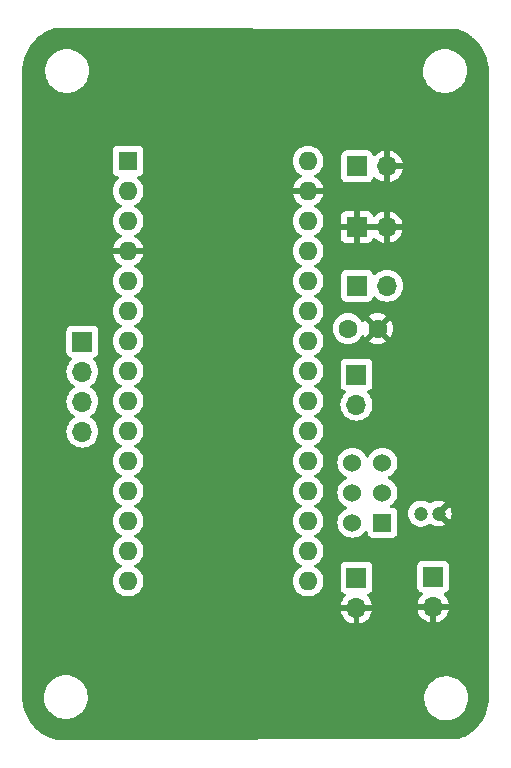
<source format=gbr>
%TF.GenerationSoftware,KiCad,Pcbnew,7.0.7*%
%TF.CreationDate,2023-10-16T17:52:53+02:00*%
%TF.ProjectId,arduino-nano-line-follower,61726475-696e-46f2-9d6e-616e6f2d6c69,0*%
%TF.SameCoordinates,Original*%
%TF.FileFunction,Copper,L2,Bot*%
%TF.FilePolarity,Positive*%
%FSLAX46Y46*%
G04 Gerber Fmt 4.6, Leading zero omitted, Abs format (unit mm)*
G04 Created by KiCad (PCBNEW 7.0.7) date 2023-10-16 17:52:53*
%MOMM*%
%LPD*%
G01*
G04 APERTURE LIST*
%TA.AperFunction,ComponentPad*%
%ADD10R,1.700000X1.700000*%
%TD*%
%TA.AperFunction,ComponentPad*%
%ADD11O,1.700000X1.700000*%
%TD*%
%TA.AperFunction,ComponentPad*%
%ADD12R,1.524000X1.524000*%
%TD*%
%TA.AperFunction,ComponentPad*%
%ADD13C,1.524000*%
%TD*%
%TA.AperFunction,ComponentPad*%
%ADD14C,1.200000*%
%TD*%
%TA.AperFunction,ComponentPad*%
%ADD15C,1.600000*%
%TD*%
%TA.AperFunction,ComponentPad*%
%ADD16R,1.600000X1.600000*%
%TD*%
%TA.AperFunction,ComponentPad*%
%ADD17O,1.600000X1.600000*%
%TD*%
G04 APERTURE END LIST*
D10*
%TO.P,9V L298N,1,Pin_1*%
%TO.N,Net-(J5-Pin_1)*%
X112800000Y-81300000D03*
D11*
%TO.P,9V L298N,2,Pin_2*%
%TO.N,GND*%
X112800000Y-83840000D03*
%TD*%
D12*
%TO.P,SW2,1*%
%TO.N,Net-(J5-Pin_1)*%
X115000000Y-76640000D03*
D13*
%TO.P,SW2,2*%
%TO.N,+9V*%
X115000000Y-74100000D03*
%TO.P,SW2,3*%
%TO.N,unconnected-(SW2-Pad3)*%
X115000000Y-71560000D03*
%TO.P,SW2,4*%
%TO.N,unconnected-(SW2-Pad4)*%
X112460000Y-71560000D03*
%TO.P,SW2,5*%
%TO.N,unconnected-(SW2-Pad5)*%
X112460000Y-74100000D03*
%TO.P,SW2,6*%
%TO.N,unconnected-(SW2-Pad6)*%
X112460000Y-76640000D03*
%TD*%
D10*
%TO.P,J6,1,Pin_1*%
%TO.N,Net-(A1-A1)*%
X112800000Y-64100000D03*
D11*
%TO.P,J6,2,Pin_2*%
%TO.N,Net-(A1-A0)*%
X112800000Y-66640000D03*
%TD*%
D10*
%TO.P,J4,1,Pin_1*%
%TO.N,GND*%
X112825000Y-51600000D03*
D11*
%TO.P,J4,2,Pin_2*%
X115365000Y-51600000D03*
%TD*%
D10*
%TO.P,BT1,1,+*%
%TO.N,+9V*%
X119300000Y-81200000D03*
D11*
%TO.P,BT1,2,-*%
%TO.N,GND*%
X119300000Y-83740000D03*
%TD*%
D14*
%TO.P,C2,1*%
%TO.N,+9V*%
X118250000Y-75860000D03*
%TO.P,C2,2*%
%TO.N,GND*%
X119750000Y-75860000D03*
%TD*%
D15*
%TO.P,C1,1*%
%TO.N,Net-(A1-+5V)*%
X112085000Y-60200000D03*
%TO.P,C1,2*%
%TO.N,GND*%
X114585000Y-60200000D03*
%TD*%
D10*
%TO.P,J1,1,Pin_1*%
%TO.N,Net-(A1-D4)*%
X89600000Y-61300000D03*
D11*
%TO.P,J1,2,Pin_2*%
%TO.N,Net-(A1-D5)*%
X89600000Y-63840000D03*
%TO.P,J1,3,Pin_3*%
%TO.N,Net-(A1-D6)*%
X89600000Y-66380000D03*
%TO.P,J1,4,Pin_4*%
%TO.N,Net-(A1-D7)*%
X89600000Y-68920000D03*
%TD*%
D16*
%TO.P,A1,1,TX1*%
%TO.N,unconnected-(A1-TX1-Pad1)*%
X93460000Y-46020000D03*
D17*
%TO.P,A1,2,RX1*%
%TO.N,unconnected-(A1-RX1-Pad2)*%
X93460000Y-48560000D03*
%TO.P,A1,3,~{RESET}*%
%TO.N,unconnected-(A1-~{RESET}-Pad3)*%
X93460000Y-51100000D03*
%TO.P,A1,4,GND*%
%TO.N,GND*%
X93460000Y-53640000D03*
%TO.P,A1,5,D2*%
%TO.N,unconnected-(A1-D2-Pad5)*%
X93460000Y-56180000D03*
%TO.P,A1,6,D3*%
%TO.N,unconnected-(A1-D3-Pad6)*%
X93460000Y-58720000D03*
%TO.P,A1,7,D4*%
%TO.N,Net-(A1-D4)*%
X93460000Y-61260000D03*
%TO.P,A1,8,D5*%
%TO.N,Net-(A1-D5)*%
X93460000Y-63800000D03*
%TO.P,A1,9,D6*%
%TO.N,Net-(A1-D6)*%
X93460000Y-66340000D03*
%TO.P,A1,10,D7*%
%TO.N,Net-(A1-D7)*%
X93460000Y-68880000D03*
%TO.P,A1,11,D8*%
%TO.N,unconnected-(A1-D8-Pad11)*%
X93460000Y-71420000D03*
%TO.P,A1,12,D9*%
%TO.N,unconnected-(A1-D9-Pad12)*%
X93460000Y-73960000D03*
%TO.P,A1,13,D10*%
%TO.N,unconnected-(A1-D10-Pad13)*%
X93460000Y-76500000D03*
%TO.P,A1,14,MOSI*%
%TO.N,unconnected-(A1-MOSI-Pad14)*%
X93460000Y-79040000D03*
%TO.P,A1,15,MISO*%
%TO.N,unconnected-(A1-MISO-Pad15)*%
X93460000Y-81580000D03*
%TO.P,A1,16,SCK*%
%TO.N,unconnected-(A1-SCK-Pad16)*%
X108700000Y-81580000D03*
%TO.P,A1,17,3V3*%
%TO.N,unconnected-(A1-3V3-Pad17)*%
X108700000Y-79040000D03*
%TO.P,A1,18,AREF*%
%TO.N,unconnected-(A1-AREF-Pad18)*%
X108700000Y-76500000D03*
%TO.P,A1,19,A0*%
%TO.N,Net-(A1-A0)*%
X108700000Y-73960000D03*
%TO.P,A1,20,A1*%
%TO.N,Net-(A1-A1)*%
X108700000Y-71420000D03*
%TO.P,A1,21,A2*%
%TO.N,unconnected-(A1-A2-Pad21)*%
X108700000Y-68880000D03*
%TO.P,A1,22,A3*%
%TO.N,unconnected-(A1-A3-Pad22)*%
X108700000Y-66340000D03*
%TO.P,A1,23,SDA/A4*%
%TO.N,unconnected-(A1-SDA{slash}A4-Pad23)*%
X108700000Y-63800000D03*
%TO.P,A1,24,SCL/A5*%
%TO.N,unconnected-(A1-SCL{slash}A5-Pad24)*%
X108700000Y-61260000D03*
%TO.P,A1,25,A6*%
%TO.N,unconnected-(A1-A6-Pad25)*%
X108700000Y-58720000D03*
%TO.P,A1,26,A7*%
%TO.N,unconnected-(A1-A7-Pad26)*%
X108700000Y-56180000D03*
%TO.P,A1,27,+5V*%
%TO.N,Net-(A1-+5V)*%
X108700000Y-53640000D03*
%TO.P,A1,28,~{RESET}*%
%TO.N,unconnected-(A1-~{RESET}-Pad28)*%
X108700000Y-51100000D03*
%TO.P,A1,29,GND*%
%TO.N,GND*%
X108700000Y-48560000D03*
%TO.P,A1,30,VIN*%
%TO.N,+5V*%
X108700000Y-46020000D03*
%TD*%
D10*
%TO.P,J2,1,Pin_1*%
%TO.N,+5V*%
X112850000Y-46475000D03*
D11*
%TO.P,J2,2,Pin_2*%
%TO.N,GND*%
X115390000Y-46475000D03*
%TD*%
D10*
%TO.P,J3,1,Pin_1*%
%TO.N,Net-(A1-+5V)*%
X112860000Y-56575000D03*
D11*
%TO.P,J3,2,Pin_2*%
X115400000Y-56575000D03*
%TD*%
%TA.AperFunction,Conductor*%
%TO.N,GND*%
G36*
X114818692Y-51369685D02*
G01*
X114864447Y-51422489D01*
X114874391Y-51491647D01*
X114870631Y-51508933D01*
X114865000Y-51528111D01*
X114865000Y-51671888D01*
X114870631Y-51691067D01*
X114870630Y-51760936D01*
X114832855Y-51819714D01*
X114769299Y-51848738D01*
X114751653Y-51850000D01*
X113438347Y-51850000D01*
X113371308Y-51830315D01*
X113325553Y-51777511D01*
X113315609Y-51708353D01*
X113319369Y-51691067D01*
X113325000Y-51671888D01*
X113325000Y-51528111D01*
X113319369Y-51508933D01*
X113319370Y-51439064D01*
X113357145Y-51380286D01*
X113420701Y-51351262D01*
X113438347Y-51350000D01*
X114751653Y-51350000D01*
X114818692Y-51369685D01*
G37*
%TD.AperFunction*%
%TA.AperFunction,Conductor*%
G36*
X121271746Y-34830258D02*
G01*
X121310533Y-34836524D01*
X121419412Y-34872520D01*
X121637106Y-34945392D01*
X121642451Y-34947462D01*
X121762612Y-35000548D01*
X121798636Y-35016463D01*
X121976790Y-35097557D01*
X121981519Y-35099959D01*
X121993137Y-35106499D01*
X122136318Y-35187098D01*
X122299521Y-35283007D01*
X122303557Y-35285597D01*
X122451639Y-35388964D01*
X122563349Y-35471349D01*
X122601997Y-35499852D01*
X122605406Y-35502556D01*
X122692609Y-35576922D01*
X122744028Y-35620772D01*
X122881242Y-35745956D01*
X122884026Y-35748664D01*
X123011234Y-35880381D01*
X123134409Y-36018836D01*
X123136629Y-36021474D01*
X123249935Y-36164118D01*
X123251724Y-36166487D01*
X123358997Y-36315823D01*
X123360686Y-36318299D01*
X123459675Y-36471192D01*
X123461463Y-36474131D01*
X123553344Y-36635060D01*
X123637554Y-36797656D01*
X123639246Y-36801192D01*
X123714061Y-36971166D01*
X123781831Y-37140271D01*
X123783316Y-37144393D01*
X123840390Y-37322261D01*
X123891068Y-37495587D01*
X123892245Y-37500285D01*
X123931029Y-37685559D01*
X123964182Y-37860055D01*
X123964948Y-37865304D01*
X123984919Y-38060003D01*
X124000444Y-38230045D01*
X124000701Y-38235805D01*
X124000260Y-38465282D01*
X123999507Y-38598542D01*
X123999418Y-38601508D01*
X123997799Y-38631447D01*
X123999091Y-38647303D01*
X123999500Y-38651130D01*
X123999500Y-91498531D01*
X123999431Y-91501449D01*
X123993011Y-91637710D01*
X123982562Y-91843598D01*
X123982024Y-91849186D01*
X123958746Y-92012908D01*
X123931300Y-92191949D01*
X123930306Y-92197017D01*
X123890537Y-92362830D01*
X123846289Y-92533612D01*
X123844934Y-92538129D01*
X123789034Y-92701564D01*
X123728335Y-92865343D01*
X123726716Y-92869289D01*
X123655196Y-93027859D01*
X123578568Y-93183964D01*
X123576782Y-93187337D01*
X123490288Y-93339148D01*
X123398397Y-93486461D01*
X123396538Y-93489269D01*
X123296729Y-93631454D01*
X123294996Y-93633803D01*
X123189512Y-93769965D01*
X123187670Y-93772230D01*
X123074926Y-93904412D01*
X123072672Y-93906914D01*
X122953001Y-94032692D01*
X122827620Y-94154376D01*
X122824800Y-94156949D01*
X122692800Y-94270148D01*
X122557121Y-94379032D01*
X122553704Y-94381586D01*
X122410307Y-94481270D01*
X122266005Y-94576248D01*
X122261971Y-94578689D01*
X122107673Y-94664201D01*
X121957050Y-94744145D01*
X121952392Y-94746374D01*
X121785907Y-94817681D01*
X121633174Y-94881141D01*
X121627897Y-94883058D01*
X121431197Y-94944608D01*
X121317329Y-94979785D01*
X121280813Y-94985310D01*
X87402001Y-95008619D01*
X87368811Y-95004118D01*
X87255069Y-94972608D01*
X87036301Y-94911130D01*
X87030849Y-94909321D01*
X86871988Y-94848328D01*
X86691300Y-94776639D01*
X86686476Y-94774483D01*
X86528224Y-94695500D01*
X86361500Y-94608394D01*
X86357313Y-94605995D01*
X86342100Y-94596473D01*
X86252495Y-94540387D01*
X86204933Y-94510617D01*
X86050148Y-94408053D01*
X86046597Y-94405515D01*
X85902848Y-94294962D01*
X85760363Y-94177616D01*
X85757428Y-94175040D01*
X85624302Y-94050539D01*
X85494982Y-93919319D01*
X85492663Y-93916831D01*
X85372749Y-93780804D01*
X85370858Y-93778551D01*
X85256692Y-93635731D01*
X85254947Y-93633437D01*
X85148656Y-93486483D01*
X85146741Y-93483674D01*
X85053980Y-93339148D01*
X85047230Y-93328631D01*
X84955112Y-93171357D01*
X84953245Y-93167927D01*
X84870160Y-93003084D01*
X84793981Y-92838508D01*
X84792288Y-92834485D01*
X84726348Y-92660943D01*
X84666868Y-92491275D01*
X84665451Y-92486665D01*
X84617205Y-92304841D01*
X84597761Y-92225675D01*
X84575017Y-92133073D01*
X84573979Y-92127905D01*
X84573631Y-92125690D01*
X84543853Y-91935886D01*
X84519342Y-91767449D01*
X84518784Y-91761781D01*
X84506989Y-91534625D01*
X84503766Y-91467763D01*
X86345787Y-91467763D01*
X86375413Y-91737013D01*
X86375415Y-91737024D01*
X86436144Y-91969314D01*
X86443928Y-91999088D01*
X86549870Y-92248390D01*
X86619712Y-92362830D01*
X86690979Y-92479605D01*
X86690986Y-92479615D01*
X86864253Y-92687819D01*
X86864259Y-92687824D01*
X87065998Y-92868582D01*
X87291910Y-93018044D01*
X87537176Y-93133020D01*
X87537183Y-93133022D01*
X87537185Y-93133023D01*
X87796557Y-93211057D01*
X87796564Y-93211058D01*
X87796569Y-93211060D01*
X88064561Y-93250500D01*
X88064566Y-93250500D01*
X88267636Y-93250500D01*
X88319133Y-93246730D01*
X88470156Y-93235677D01*
X88582758Y-93210593D01*
X88734546Y-93176782D01*
X88734548Y-93176781D01*
X88734553Y-93176780D01*
X88987558Y-93080014D01*
X89223777Y-92947441D01*
X89438177Y-92781888D01*
X89626186Y-92586881D01*
X89783799Y-92366579D01*
X89903846Y-92133086D01*
X89907649Y-92125690D01*
X89907651Y-92125684D01*
X89907656Y-92125675D01*
X89995118Y-91869305D01*
X90044319Y-91602933D01*
X90045604Y-91567763D01*
X118545787Y-91567763D01*
X118575413Y-91837013D01*
X118575415Y-91837024D01*
X118643926Y-92099082D01*
X118643928Y-92099088D01*
X118749870Y-92348390D01*
X118890979Y-92579605D01*
X118890986Y-92579615D01*
X119064253Y-92787819D01*
X119064259Y-92787824D01*
X119116336Y-92834485D01*
X119265998Y-92968582D01*
X119491910Y-93118044D01*
X119737176Y-93233020D01*
X119737183Y-93233022D01*
X119737185Y-93233023D01*
X119996557Y-93311057D01*
X119996564Y-93311058D01*
X119996569Y-93311060D01*
X120264561Y-93350500D01*
X120264566Y-93350500D01*
X120467636Y-93350500D01*
X120519133Y-93346730D01*
X120670156Y-93335677D01*
X120782758Y-93310593D01*
X120934546Y-93276782D01*
X120934548Y-93276781D01*
X120934553Y-93276780D01*
X121187558Y-93180014D01*
X121423777Y-93047441D01*
X121638177Y-92881888D01*
X121826186Y-92686881D01*
X121983799Y-92466579D01*
X122077836Y-92283676D01*
X122107649Y-92225690D01*
X122107651Y-92225684D01*
X122107656Y-92225675D01*
X122195118Y-91969305D01*
X122244319Y-91702933D01*
X122254212Y-91432235D01*
X122224586Y-91162982D01*
X122156072Y-90900912D01*
X122050130Y-90651610D01*
X121909018Y-90420390D01*
X121819747Y-90313119D01*
X121735746Y-90212180D01*
X121735740Y-90212175D01*
X121534002Y-90031418D01*
X121308092Y-89881957D01*
X121308090Y-89881956D01*
X121062824Y-89766980D01*
X121062819Y-89766978D01*
X121062814Y-89766976D01*
X120803442Y-89688942D01*
X120803428Y-89688939D01*
X120687791Y-89671921D01*
X120535439Y-89649500D01*
X120332369Y-89649500D01*
X120332364Y-89649500D01*
X120129844Y-89664323D01*
X120129831Y-89664325D01*
X119865453Y-89723217D01*
X119865446Y-89723220D01*
X119612439Y-89819987D01*
X119376226Y-89952557D01*
X119161822Y-90118112D01*
X118973822Y-90313109D01*
X118973816Y-90313116D01*
X118816202Y-90533419D01*
X118816199Y-90533424D01*
X118692350Y-90774309D01*
X118692343Y-90774327D01*
X118604884Y-91030685D01*
X118604881Y-91030699D01*
X118555681Y-91297068D01*
X118555680Y-91297075D01*
X118545787Y-91567763D01*
X90045604Y-91567763D01*
X90054212Y-91332235D01*
X90024586Y-91062982D01*
X89956072Y-90800912D01*
X89850130Y-90551610D01*
X89709018Y-90320390D01*
X89619747Y-90213119D01*
X89535746Y-90112180D01*
X89535740Y-90112175D01*
X89334002Y-89931418D01*
X89108092Y-89781957D01*
X89076143Y-89766980D01*
X88862824Y-89666980D01*
X88862819Y-89666978D01*
X88862814Y-89666976D01*
X88603442Y-89588942D01*
X88603428Y-89588939D01*
X88487791Y-89571921D01*
X88335439Y-89549500D01*
X88132369Y-89549500D01*
X88132364Y-89549500D01*
X87929844Y-89564323D01*
X87929831Y-89564325D01*
X87665453Y-89623217D01*
X87665446Y-89623220D01*
X87412439Y-89719987D01*
X87176226Y-89852557D01*
X86961822Y-90018112D01*
X86773822Y-90213109D01*
X86773816Y-90213116D01*
X86616202Y-90433419D01*
X86616199Y-90433424D01*
X86492350Y-90674309D01*
X86492343Y-90674327D01*
X86404884Y-90930685D01*
X86404881Y-90930699D01*
X86355681Y-91197068D01*
X86355680Y-91197075D01*
X86345787Y-91467763D01*
X84503766Y-91467763D01*
X84500571Y-91401492D01*
X84500500Y-91398510D01*
X84500500Y-81580001D01*
X92154532Y-81580001D01*
X92174364Y-81806686D01*
X92174366Y-81806697D01*
X92233258Y-82026488D01*
X92233261Y-82026497D01*
X92329431Y-82232732D01*
X92329432Y-82232734D01*
X92459954Y-82419141D01*
X92620858Y-82580045D01*
X92640497Y-82593796D01*
X92807266Y-82710568D01*
X93013504Y-82806739D01*
X93233308Y-82865635D01*
X93395230Y-82879801D01*
X93459998Y-82885468D01*
X93460000Y-82885468D01*
X93460002Y-82885468D01*
X93516673Y-82880509D01*
X93686692Y-82865635D01*
X93906496Y-82806739D01*
X94112734Y-82710568D01*
X94299139Y-82580047D01*
X94460047Y-82419139D01*
X94590568Y-82232734D01*
X94686739Y-82026496D01*
X94745635Y-81806692D01*
X94765468Y-81580001D01*
X107394532Y-81580001D01*
X107414364Y-81806686D01*
X107414366Y-81806697D01*
X107473258Y-82026488D01*
X107473261Y-82026497D01*
X107569431Y-82232732D01*
X107569432Y-82232734D01*
X107699954Y-82419141D01*
X107860858Y-82580045D01*
X107880497Y-82593796D01*
X108047266Y-82710568D01*
X108253504Y-82806739D01*
X108473308Y-82865635D01*
X108635230Y-82879801D01*
X108699998Y-82885468D01*
X108700000Y-82885468D01*
X108700002Y-82885468D01*
X108756673Y-82880509D01*
X108926692Y-82865635D01*
X109146496Y-82806739D01*
X109352734Y-82710568D01*
X109539139Y-82580047D01*
X109700047Y-82419139D01*
X109830568Y-82232734D01*
X109846825Y-82197870D01*
X111449500Y-82197870D01*
X111449501Y-82197876D01*
X111455908Y-82257483D01*
X111506202Y-82392328D01*
X111506206Y-82392335D01*
X111592452Y-82507544D01*
X111592455Y-82507547D01*
X111707664Y-82593793D01*
X111707671Y-82593797D01*
X111707674Y-82593798D01*
X111839598Y-82643002D01*
X111895531Y-82684873D01*
X111919949Y-82750337D01*
X111905098Y-82818610D01*
X111883947Y-82846865D01*
X111761886Y-82968926D01*
X111626400Y-83162420D01*
X111626399Y-83162422D01*
X111526570Y-83376507D01*
X111526567Y-83376513D01*
X111469364Y-83589999D01*
X111469364Y-83590000D01*
X112186653Y-83590000D01*
X112253692Y-83609685D01*
X112299447Y-83662489D01*
X112309391Y-83731647D01*
X112305631Y-83748933D01*
X112300000Y-83768111D01*
X112300000Y-83911888D01*
X112305631Y-83931067D01*
X112305630Y-84000936D01*
X112267855Y-84059714D01*
X112204299Y-84088738D01*
X112186653Y-84090000D01*
X111469364Y-84090000D01*
X111526567Y-84303486D01*
X111526570Y-84303492D01*
X111626399Y-84517578D01*
X111761894Y-84711082D01*
X111928917Y-84878105D01*
X112122421Y-85013600D01*
X112336507Y-85113429D01*
X112336516Y-85113433D01*
X112550000Y-85170634D01*
X112550000Y-84452301D01*
X112569685Y-84385262D01*
X112622489Y-84339507D01*
X112691647Y-84329563D01*
X112764237Y-84340000D01*
X112764238Y-84340000D01*
X112835762Y-84340000D01*
X112835763Y-84340000D01*
X112908353Y-84329563D01*
X112977512Y-84339507D01*
X113030315Y-84385262D01*
X113050000Y-84452301D01*
X113050000Y-85170633D01*
X113263483Y-85113433D01*
X113263492Y-85113429D01*
X113477578Y-85013600D01*
X113671082Y-84878105D01*
X113838105Y-84711082D01*
X113973600Y-84517578D01*
X114073429Y-84303492D01*
X114073432Y-84303486D01*
X114130636Y-84090000D01*
X113413347Y-84090000D01*
X113346308Y-84070315D01*
X113300553Y-84017511D01*
X113290609Y-83948353D01*
X113294369Y-83931067D01*
X113300000Y-83911888D01*
X113300000Y-83768111D01*
X113294369Y-83748933D01*
X113294370Y-83679064D01*
X113332145Y-83620286D01*
X113395701Y-83591262D01*
X113413347Y-83590000D01*
X114130636Y-83590000D01*
X114130635Y-83589999D01*
X114073432Y-83376513D01*
X114073429Y-83376507D01*
X113973600Y-83162422D01*
X113973599Y-83162420D01*
X113838113Y-82968926D01*
X113838108Y-82968920D01*
X113716053Y-82846865D01*
X113682568Y-82785542D01*
X113687552Y-82715850D01*
X113729424Y-82659917D01*
X113760400Y-82643002D01*
X113892331Y-82593796D01*
X114007546Y-82507546D01*
X114093796Y-82392331D01*
X114144091Y-82257483D01*
X114150500Y-82197873D01*
X114150500Y-82097870D01*
X117949500Y-82097870D01*
X117949501Y-82097876D01*
X117955908Y-82157483D01*
X118006202Y-82292328D01*
X118006206Y-82292335D01*
X118092452Y-82407544D01*
X118092455Y-82407547D01*
X118207664Y-82493793D01*
X118207671Y-82493797D01*
X118244537Y-82507547D01*
X118339598Y-82543002D01*
X118395531Y-82584873D01*
X118419949Y-82650337D01*
X118405098Y-82718610D01*
X118383947Y-82746865D01*
X118261886Y-82868926D01*
X118126400Y-83062420D01*
X118126399Y-83062422D01*
X118026570Y-83276507D01*
X118026567Y-83276513D01*
X117969364Y-83489999D01*
X117969364Y-83490000D01*
X118686653Y-83490000D01*
X118753692Y-83509685D01*
X118799447Y-83562489D01*
X118809391Y-83631647D01*
X118805631Y-83648933D01*
X118800000Y-83668111D01*
X118800000Y-83811888D01*
X118805631Y-83831067D01*
X118805630Y-83900936D01*
X118767855Y-83959714D01*
X118704299Y-83988738D01*
X118686653Y-83990000D01*
X117969364Y-83990000D01*
X118026567Y-84203486D01*
X118026570Y-84203492D01*
X118126399Y-84417578D01*
X118261894Y-84611082D01*
X118428917Y-84778105D01*
X118622421Y-84913600D01*
X118836507Y-85013429D01*
X118836516Y-85013433D01*
X119050000Y-85070634D01*
X119050000Y-84352301D01*
X119069685Y-84285262D01*
X119122489Y-84239507D01*
X119191647Y-84229563D01*
X119264237Y-84240000D01*
X119264238Y-84240000D01*
X119335762Y-84240000D01*
X119335763Y-84240000D01*
X119408353Y-84229563D01*
X119477512Y-84239507D01*
X119530315Y-84285262D01*
X119550000Y-84352301D01*
X119550000Y-85070633D01*
X119763483Y-85013433D01*
X119763492Y-85013429D01*
X119977578Y-84913600D01*
X120171082Y-84778105D01*
X120338105Y-84611082D01*
X120473600Y-84417578D01*
X120573429Y-84203492D01*
X120573432Y-84203486D01*
X120630636Y-83990000D01*
X119913347Y-83990000D01*
X119846308Y-83970315D01*
X119800553Y-83917511D01*
X119790609Y-83848353D01*
X119794369Y-83831067D01*
X119800000Y-83811888D01*
X119800000Y-83668111D01*
X119794369Y-83648933D01*
X119794370Y-83579064D01*
X119832145Y-83520286D01*
X119895701Y-83491262D01*
X119913347Y-83490000D01*
X120630636Y-83490000D01*
X120630635Y-83489999D01*
X120573432Y-83276513D01*
X120573429Y-83276507D01*
X120473600Y-83062422D01*
X120473599Y-83062420D01*
X120338113Y-82868926D01*
X120338108Y-82868920D01*
X120216053Y-82746865D01*
X120182568Y-82685542D01*
X120187552Y-82615850D01*
X120229424Y-82559917D01*
X120260400Y-82543002D01*
X120392331Y-82493796D01*
X120507546Y-82407546D01*
X120593796Y-82292331D01*
X120644091Y-82157483D01*
X120650500Y-82097873D01*
X120650499Y-80302128D01*
X120644091Y-80242517D01*
X120631094Y-80207671D01*
X120593797Y-80107671D01*
X120593793Y-80107664D01*
X120507547Y-79992455D01*
X120507544Y-79992452D01*
X120392335Y-79906206D01*
X120392328Y-79906202D01*
X120257482Y-79855908D01*
X120257483Y-79855908D01*
X120197883Y-79849501D01*
X120197881Y-79849500D01*
X120197873Y-79849500D01*
X120197864Y-79849500D01*
X118402129Y-79849500D01*
X118402123Y-79849501D01*
X118342516Y-79855908D01*
X118207671Y-79906202D01*
X118207664Y-79906206D01*
X118092455Y-79992452D01*
X118092452Y-79992455D01*
X118006206Y-80107664D01*
X118006202Y-80107671D01*
X117955908Y-80242517D01*
X117949501Y-80302116D01*
X117949501Y-80302123D01*
X117949500Y-80302135D01*
X117949500Y-82097870D01*
X114150500Y-82097870D01*
X114150499Y-80402128D01*
X114144091Y-80342517D01*
X114131596Y-80309017D01*
X114093797Y-80207671D01*
X114093793Y-80207664D01*
X114007547Y-80092455D01*
X114007544Y-80092452D01*
X113892335Y-80006206D01*
X113892328Y-80006202D01*
X113757482Y-79955908D01*
X113757483Y-79955908D01*
X113697883Y-79949501D01*
X113697881Y-79949500D01*
X113697873Y-79949500D01*
X113697864Y-79949500D01*
X111902129Y-79949500D01*
X111902123Y-79949501D01*
X111842516Y-79955908D01*
X111707671Y-80006202D01*
X111707664Y-80006206D01*
X111592455Y-80092452D01*
X111592452Y-80092455D01*
X111506206Y-80207664D01*
X111506202Y-80207671D01*
X111455908Y-80342517D01*
X111449501Y-80402116D01*
X111449501Y-80402123D01*
X111449500Y-80402135D01*
X111449500Y-82197870D01*
X109846825Y-82197870D01*
X109926739Y-82026496D01*
X109985635Y-81806692D01*
X110005468Y-81580000D01*
X109985635Y-81353308D01*
X109926739Y-81133504D01*
X109830568Y-80927266D01*
X109700047Y-80740861D01*
X109700045Y-80740858D01*
X109539141Y-80579954D01*
X109352734Y-80449432D01*
X109352728Y-80449429D01*
X109294725Y-80422382D01*
X109242285Y-80376210D01*
X109223133Y-80309017D01*
X109243348Y-80242135D01*
X109294725Y-80197618D01*
X109352734Y-80170568D01*
X109539139Y-80040047D01*
X109700047Y-79879139D01*
X109830568Y-79692734D01*
X109926739Y-79486496D01*
X109985635Y-79266692D01*
X110005468Y-79040000D01*
X109985635Y-78813308D01*
X109926739Y-78593504D01*
X109830568Y-78387266D01*
X109700047Y-78200861D01*
X109700045Y-78200858D01*
X109539141Y-78039954D01*
X109352734Y-77909432D01*
X109352728Y-77909429D01*
X109294725Y-77882382D01*
X109242285Y-77836210D01*
X109223133Y-77769017D01*
X109243348Y-77702135D01*
X109294725Y-77657618D01*
X109352734Y-77630568D01*
X109539139Y-77500047D01*
X109700047Y-77339139D01*
X109830568Y-77152734D01*
X109926739Y-76946496D01*
X109985635Y-76726692D01*
X109993219Y-76640002D01*
X111192677Y-76640002D01*
X111211929Y-76860062D01*
X111211930Y-76860070D01*
X111269104Y-77073445D01*
X111269105Y-77073447D01*
X111269106Y-77073450D01*
X111306076Y-77152732D01*
X111362466Y-77273662D01*
X111362468Y-77273666D01*
X111489170Y-77454615D01*
X111489175Y-77454621D01*
X111645378Y-77610824D01*
X111645384Y-77610829D01*
X111826333Y-77737531D01*
X111826335Y-77737532D01*
X111826338Y-77737534D01*
X112026550Y-77830894D01*
X112239932Y-77888070D01*
X112397123Y-77901822D01*
X112459998Y-77907323D01*
X112460000Y-77907323D01*
X112460002Y-77907323D01*
X112515151Y-77902498D01*
X112680068Y-77888070D01*
X112893450Y-77830894D01*
X113093662Y-77737534D01*
X113274620Y-77610826D01*
X113430826Y-77454620D01*
X113511927Y-77338795D01*
X113566501Y-77295172D01*
X113635999Y-77287978D01*
X113698354Y-77319500D01*
X113733769Y-77379730D01*
X113737500Y-77409917D01*
X113737500Y-77449868D01*
X113737501Y-77449876D01*
X113743908Y-77509483D01*
X113794202Y-77644328D01*
X113794206Y-77644335D01*
X113880452Y-77759544D01*
X113880455Y-77759547D01*
X113995664Y-77845793D01*
X113995671Y-77845797D01*
X114130517Y-77896091D01*
X114130516Y-77896091D01*
X114137444Y-77896835D01*
X114190127Y-77902500D01*
X115809872Y-77902499D01*
X115869483Y-77896091D01*
X116004331Y-77845796D01*
X116119546Y-77759546D01*
X116205796Y-77644331D01*
X116256091Y-77509483D01*
X116262500Y-77449873D01*
X116262499Y-75860000D01*
X117144785Y-75860000D01*
X117163602Y-76063082D01*
X117219417Y-76259247D01*
X117219422Y-76259260D01*
X117310327Y-76441821D01*
X117433237Y-76604581D01*
X117549584Y-76710644D01*
X117583172Y-76741264D01*
X117583958Y-76741980D01*
X117583960Y-76741982D01*
X117583965Y-76741985D01*
X117757363Y-76849348D01*
X117947544Y-76923024D01*
X118148024Y-76960500D01*
X118148026Y-76960500D01*
X118351974Y-76960500D01*
X118351976Y-76960500D01*
X118552456Y-76923024D01*
X118742637Y-76849348D01*
X118916041Y-76741981D01*
X118916823Y-76741267D01*
X118917281Y-76741044D01*
X118920615Y-76738527D01*
X118921107Y-76739178D01*
X118979619Y-76710644D01*
X119049007Y-76718831D01*
X119079473Y-76738409D01*
X119079688Y-76738126D01*
X119083427Y-76740950D01*
X119083916Y-76741264D01*
X119084263Y-76741580D01*
X119257584Y-76848897D01*
X119447678Y-76922539D01*
X119648072Y-76960000D01*
X119851928Y-76960000D01*
X120052321Y-76922539D01*
X120242414Y-76848897D01*
X120330688Y-76794240D01*
X119860263Y-76323816D01*
X119826778Y-76262493D01*
X119831762Y-76192802D01*
X119873633Y-76136868D01*
X119882658Y-76130713D01*
X119955610Y-76085543D01*
X120023201Y-75996038D01*
X120023200Y-75996038D01*
X120030126Y-75986868D01*
X120033540Y-75989446D01*
X120065721Y-75954673D01*
X120133368Y-75937190D01*
X120199728Y-75959056D01*
X120216995Y-75973443D01*
X120687465Y-76443912D01*
X120689247Y-76441552D01*
X120689249Y-76441550D01*
X120780113Y-76259069D01*
X120780116Y-76259063D01*
X120835902Y-76062992D01*
X120835903Y-76062989D01*
X120854713Y-75860000D01*
X120854713Y-75859999D01*
X120835903Y-75657010D01*
X120835902Y-75657007D01*
X120780116Y-75460936D01*
X120780113Y-75460930D01*
X120689244Y-75278441D01*
X120687466Y-75276086D01*
X120687465Y-75276085D01*
X120213119Y-75750432D01*
X120151796Y-75783917D01*
X120082104Y-75778933D01*
X120026171Y-75737061D01*
X120014440Y-75718028D01*
X119993552Y-75676078D01*
X119985974Y-75669170D01*
X119910667Y-75600517D01*
X119910666Y-75600516D01*
X119904511Y-75598131D01*
X119849110Y-75555561D01*
X119825518Y-75489795D01*
X119841228Y-75421714D01*
X119861623Y-75394824D01*
X120330688Y-74925758D01*
X120330687Y-74925757D01*
X120242418Y-74871104D01*
X120242411Y-74871100D01*
X120052321Y-74797460D01*
X119851928Y-74760000D01*
X119648072Y-74760000D01*
X119447678Y-74797460D01*
X119257584Y-74871102D01*
X119084260Y-74978421D01*
X119084253Y-74978426D01*
X119083895Y-74978753D01*
X119083686Y-74978854D01*
X119079688Y-74981874D01*
X119079096Y-74981091D01*
X119021086Y-75009361D01*
X118951700Y-75001152D01*
X118920767Y-74981270D01*
X118920615Y-74981473D01*
X118917946Y-74979458D01*
X118916839Y-74978746D01*
X118916041Y-74978019D01*
X118916039Y-74978017D01*
X118742642Y-74870655D01*
X118742635Y-74870651D01*
X118647546Y-74833814D01*
X118552456Y-74796976D01*
X118351976Y-74759500D01*
X118148024Y-74759500D01*
X117947544Y-74796976D01*
X117947541Y-74796976D01*
X117947541Y-74796977D01*
X117757364Y-74870651D01*
X117757357Y-74870655D01*
X117583960Y-74978017D01*
X117583958Y-74978019D01*
X117433237Y-75115418D01*
X117310327Y-75278178D01*
X117219422Y-75460739D01*
X117219417Y-75460752D01*
X117163602Y-75656917D01*
X117144785Y-75859999D01*
X117144785Y-75860000D01*
X116262499Y-75860000D01*
X116262499Y-75830128D01*
X116256091Y-75770517D01*
X116205796Y-75635669D01*
X116205795Y-75635668D01*
X116205793Y-75635664D01*
X116119547Y-75520455D01*
X116119544Y-75520452D01*
X116004335Y-75434206D01*
X116004328Y-75434202D01*
X115869482Y-75383908D01*
X115869483Y-75383908D01*
X115809883Y-75377501D01*
X115809881Y-75377500D01*
X115809873Y-75377500D01*
X115809865Y-75377500D01*
X115769921Y-75377500D01*
X115702882Y-75357815D01*
X115657127Y-75305011D01*
X115647183Y-75235853D01*
X115676208Y-75172297D01*
X115698798Y-75151925D01*
X115814620Y-75070826D01*
X115970826Y-74914620D01*
X116097534Y-74733662D01*
X116190894Y-74533450D01*
X116248070Y-74320068D01*
X116267323Y-74100000D01*
X116248070Y-73879932D01*
X116190894Y-73666550D01*
X116097534Y-73466339D01*
X116034180Y-73375859D01*
X115970827Y-73285381D01*
X115970823Y-73285377D01*
X115814620Y-73129174D01*
X115814616Y-73129171D01*
X115814615Y-73129170D01*
X115633666Y-73002468D01*
X115633658Y-73002464D01*
X115504811Y-72942382D01*
X115452371Y-72896210D01*
X115433219Y-72829017D01*
X115453435Y-72762135D01*
X115504811Y-72717618D01*
X115510802Y-72714824D01*
X115633662Y-72657534D01*
X115814620Y-72530826D01*
X115970826Y-72374620D01*
X116097534Y-72193662D01*
X116190894Y-71993450D01*
X116248070Y-71780068D01*
X116267323Y-71560000D01*
X116248070Y-71339932D01*
X116190894Y-71126550D01*
X116097534Y-70926339D01*
X116034180Y-70835859D01*
X115970827Y-70745381D01*
X115970823Y-70745377D01*
X115814620Y-70589174D01*
X115814616Y-70589171D01*
X115814615Y-70589170D01*
X115633666Y-70462468D01*
X115633662Y-70462466D01*
X115542492Y-70419953D01*
X115433450Y-70369106D01*
X115433447Y-70369105D01*
X115433445Y-70369104D01*
X115220070Y-70311930D01*
X115220062Y-70311929D01*
X115000002Y-70292677D01*
X114999998Y-70292677D01*
X114779937Y-70311929D01*
X114779929Y-70311930D01*
X114566554Y-70369104D01*
X114566548Y-70369107D01*
X114366340Y-70462465D01*
X114366338Y-70462466D01*
X114185377Y-70589175D01*
X114029175Y-70745377D01*
X113902466Y-70926338D01*
X113902465Y-70926340D01*
X113842382Y-71055189D01*
X113796209Y-71107628D01*
X113729016Y-71126780D01*
X113662135Y-71106564D01*
X113617618Y-71055189D01*
X113599059Y-71015390D01*
X113557534Y-70926339D01*
X113494179Y-70835859D01*
X113430827Y-70745381D01*
X113430823Y-70745377D01*
X113274620Y-70589174D01*
X113274616Y-70589171D01*
X113274615Y-70589170D01*
X113093666Y-70462468D01*
X113093662Y-70462466D01*
X113002492Y-70419953D01*
X112893450Y-70369106D01*
X112893447Y-70369105D01*
X112893445Y-70369104D01*
X112680070Y-70311930D01*
X112680062Y-70311929D01*
X112460002Y-70292677D01*
X112459998Y-70292677D01*
X112239937Y-70311929D01*
X112239929Y-70311930D01*
X112026554Y-70369104D01*
X112026548Y-70369107D01*
X111826340Y-70462465D01*
X111826338Y-70462466D01*
X111645377Y-70589175D01*
X111489175Y-70745377D01*
X111362466Y-70926338D01*
X111362465Y-70926340D01*
X111269107Y-71126548D01*
X111269104Y-71126554D01*
X111211930Y-71339929D01*
X111211929Y-71339937D01*
X111192677Y-71559997D01*
X111192677Y-71560002D01*
X111211929Y-71780062D01*
X111211930Y-71780070D01*
X111269104Y-71993445D01*
X111269105Y-71993447D01*
X111269106Y-71993450D01*
X111278425Y-72013434D01*
X111362466Y-72193662D01*
X111362468Y-72193666D01*
X111489170Y-72374615D01*
X111489175Y-72374621D01*
X111645378Y-72530824D01*
X111645384Y-72530829D01*
X111826333Y-72657531D01*
X111826335Y-72657532D01*
X111826338Y-72657534D01*
X111945748Y-72713215D01*
X111955189Y-72717618D01*
X112007628Y-72763790D01*
X112026780Y-72830984D01*
X112006564Y-72897865D01*
X111955189Y-72942382D01*
X111826340Y-73002465D01*
X111826338Y-73002466D01*
X111645377Y-73129175D01*
X111489175Y-73285377D01*
X111362466Y-73466338D01*
X111362465Y-73466340D01*
X111269107Y-73666548D01*
X111269104Y-73666554D01*
X111211930Y-73879929D01*
X111211929Y-73879937D01*
X111192677Y-74099997D01*
X111192677Y-74100002D01*
X111211929Y-74320062D01*
X111211930Y-74320070D01*
X111269104Y-74533445D01*
X111269105Y-74533447D01*
X111269106Y-74533450D01*
X111278425Y-74553434D01*
X111362466Y-74733662D01*
X111362468Y-74733666D01*
X111489170Y-74914615D01*
X111489175Y-74914621D01*
X111645378Y-75070824D01*
X111645384Y-75070829D01*
X111826333Y-75197531D01*
X111826335Y-75197532D01*
X111826338Y-75197534D01*
X111908514Y-75235853D01*
X111955189Y-75257618D01*
X112007628Y-75303790D01*
X112026780Y-75370984D01*
X112006564Y-75437865D01*
X111955189Y-75482382D01*
X111826340Y-75542465D01*
X111826338Y-75542466D01*
X111645377Y-75669175D01*
X111489175Y-75825377D01*
X111362466Y-76006338D01*
X111362465Y-76006340D01*
X111269107Y-76206548D01*
X111269104Y-76206554D01*
X111211930Y-76419929D01*
X111211929Y-76419937D01*
X111192677Y-76639997D01*
X111192677Y-76640002D01*
X109993219Y-76640002D01*
X110005468Y-76500000D01*
X109985635Y-76273308D01*
X109929306Y-76063083D01*
X109926741Y-76053511D01*
X109926738Y-76053502D01*
X109893803Y-75982873D01*
X109830568Y-75847266D01*
X109710701Y-75676076D01*
X109700045Y-75660858D01*
X109539141Y-75499954D01*
X109352734Y-75369432D01*
X109352728Y-75369429D01*
X109294725Y-75342382D01*
X109242285Y-75296210D01*
X109223133Y-75229017D01*
X109243348Y-75162135D01*
X109294725Y-75117618D01*
X109352734Y-75090568D01*
X109539139Y-74960047D01*
X109700047Y-74799139D01*
X109830568Y-74612734D01*
X109926739Y-74406496D01*
X109985635Y-74186692D01*
X110005468Y-73960000D01*
X109985635Y-73733308D01*
X109926739Y-73513504D01*
X109830568Y-73307266D01*
X109732839Y-73167693D01*
X109700045Y-73120858D01*
X109539141Y-72959954D01*
X109352734Y-72829432D01*
X109352728Y-72829429D01*
X109294725Y-72802382D01*
X109242285Y-72756210D01*
X109223133Y-72689017D01*
X109243348Y-72622135D01*
X109294725Y-72577618D01*
X109352734Y-72550568D01*
X109539139Y-72420047D01*
X109700047Y-72259139D01*
X109830568Y-72072734D01*
X109926739Y-71866496D01*
X109985635Y-71646692D01*
X110005468Y-71420000D01*
X109985635Y-71193308D01*
X109926739Y-70973504D01*
X109830568Y-70767266D01*
X109732839Y-70627693D01*
X109700045Y-70580858D01*
X109539141Y-70419954D01*
X109352734Y-70289432D01*
X109352728Y-70289429D01*
X109294725Y-70262382D01*
X109242285Y-70216210D01*
X109223133Y-70149017D01*
X109243348Y-70082135D01*
X109294725Y-70037618D01*
X109352734Y-70010568D01*
X109539139Y-69880047D01*
X109700047Y-69719139D01*
X109830568Y-69532734D01*
X109926739Y-69326496D01*
X109985635Y-69106692D01*
X110005468Y-68880000D01*
X109985635Y-68653308D01*
X109926739Y-68433504D01*
X109830568Y-68227266D01*
X109700047Y-68040861D01*
X109700045Y-68040858D01*
X109539141Y-67879954D01*
X109352734Y-67749432D01*
X109352728Y-67749429D01*
X109294725Y-67722382D01*
X109242285Y-67676210D01*
X109223133Y-67609017D01*
X109243348Y-67542135D01*
X109294725Y-67497618D01*
X109352734Y-67470568D01*
X109539139Y-67340047D01*
X109700047Y-67179139D01*
X109830568Y-66992734D01*
X109926739Y-66786496D01*
X109965992Y-66640000D01*
X111444341Y-66640000D01*
X111464936Y-66875403D01*
X111464938Y-66875413D01*
X111526094Y-67103655D01*
X111526096Y-67103659D01*
X111526097Y-67103663D01*
X111561292Y-67179139D01*
X111625965Y-67317830D01*
X111625967Y-67317834D01*
X111732913Y-67470567D01*
X111761505Y-67511401D01*
X111928599Y-67678495D01*
X111991276Y-67722382D01*
X112122165Y-67814032D01*
X112122167Y-67814033D01*
X112122170Y-67814035D01*
X112336337Y-67913903D01*
X112564592Y-67975063D01*
X112752918Y-67991539D01*
X112799999Y-67995659D01*
X112800000Y-67995659D01*
X112800001Y-67995659D01*
X112839234Y-67992226D01*
X113035408Y-67975063D01*
X113263663Y-67913903D01*
X113477830Y-67814035D01*
X113671401Y-67678495D01*
X113838495Y-67511401D01*
X113974035Y-67317830D01*
X114073903Y-67103663D01*
X114135063Y-66875408D01*
X114155659Y-66640000D01*
X114135063Y-66404592D01*
X114073903Y-66176337D01*
X113974035Y-65962171D01*
X113941940Y-65916335D01*
X113838496Y-65768600D01*
X113838496Y-65768599D01*
X113716567Y-65646671D01*
X113683084Y-65585351D01*
X113688068Y-65515659D01*
X113729939Y-65459725D01*
X113760915Y-65442810D01*
X113892331Y-65393796D01*
X114007546Y-65307546D01*
X114093796Y-65192331D01*
X114144091Y-65057483D01*
X114150500Y-64997873D01*
X114150499Y-63202128D01*
X114144091Y-63142517D01*
X114093796Y-63007669D01*
X114093795Y-63007668D01*
X114093793Y-63007664D01*
X114007547Y-62892455D01*
X114007544Y-62892452D01*
X113892335Y-62806206D01*
X113892328Y-62806202D01*
X113757482Y-62755908D01*
X113757483Y-62755908D01*
X113697883Y-62749501D01*
X113697881Y-62749500D01*
X113697873Y-62749500D01*
X113697864Y-62749500D01*
X111902129Y-62749500D01*
X111902123Y-62749501D01*
X111842516Y-62755908D01*
X111707671Y-62806202D01*
X111707664Y-62806206D01*
X111592455Y-62892452D01*
X111592452Y-62892455D01*
X111506206Y-63007664D01*
X111506202Y-63007671D01*
X111455908Y-63142517D01*
X111449501Y-63202116D01*
X111449501Y-63202123D01*
X111449500Y-63202135D01*
X111449500Y-64997870D01*
X111449501Y-64997876D01*
X111455908Y-65057483D01*
X111506202Y-65192328D01*
X111506206Y-65192335D01*
X111592452Y-65307544D01*
X111592455Y-65307547D01*
X111707664Y-65393793D01*
X111707671Y-65393797D01*
X111839081Y-65442810D01*
X111895015Y-65484681D01*
X111919432Y-65550145D01*
X111904580Y-65618418D01*
X111883430Y-65646673D01*
X111761503Y-65768600D01*
X111625965Y-65962169D01*
X111625964Y-65962171D01*
X111526098Y-66176335D01*
X111526094Y-66176344D01*
X111464938Y-66404586D01*
X111464936Y-66404596D01*
X111444341Y-66639999D01*
X111444341Y-66640000D01*
X109965992Y-66640000D01*
X109985635Y-66566692D01*
X110005468Y-66340000D01*
X109985635Y-66113308D01*
X109926739Y-65893504D01*
X109830568Y-65687266D01*
X109700047Y-65500861D01*
X109700045Y-65500858D01*
X109539141Y-65339954D01*
X109432546Y-65265317D01*
X109352734Y-65209432D01*
X109294722Y-65182380D01*
X109242284Y-65136208D01*
X109223133Y-65069014D01*
X109243349Y-65002133D01*
X109294721Y-64957619D01*
X109352734Y-64930568D01*
X109539139Y-64800047D01*
X109700047Y-64639139D01*
X109830568Y-64452734D01*
X109926739Y-64246496D01*
X109985635Y-64026692D01*
X110005468Y-63800000D01*
X109985635Y-63573308D01*
X109926739Y-63353504D01*
X109830568Y-63147266D01*
X109700047Y-62960861D01*
X109700045Y-62960858D01*
X109539141Y-62799954D01*
X109352734Y-62669432D01*
X109352728Y-62669429D01*
X109294725Y-62642382D01*
X109242285Y-62596210D01*
X109223133Y-62529017D01*
X109243348Y-62462135D01*
X109294725Y-62417618D01*
X109352734Y-62390568D01*
X109539139Y-62260047D01*
X109700047Y-62099139D01*
X109830568Y-61912734D01*
X109926739Y-61706496D01*
X109985635Y-61486692D01*
X110005468Y-61260000D01*
X109985635Y-61033308D01*
X109926739Y-60813504D01*
X109830568Y-60607266D01*
X109704126Y-60426686D01*
X109700045Y-60420858D01*
X109539141Y-60259954D01*
X109453518Y-60200001D01*
X110779532Y-60200001D01*
X110799364Y-60426686D01*
X110799366Y-60426697D01*
X110858258Y-60646488D01*
X110858261Y-60646497D01*
X110954431Y-60852732D01*
X110954432Y-60852734D01*
X111084954Y-61039141D01*
X111245858Y-61200045D01*
X111245861Y-61200047D01*
X111432266Y-61330568D01*
X111638504Y-61426739D01*
X111858308Y-61485635D01*
X112020230Y-61499801D01*
X112084998Y-61505468D01*
X112085000Y-61505468D01*
X112085002Y-61505468D01*
X112141672Y-61500509D01*
X112311692Y-61485635D01*
X112531496Y-61426739D01*
X112737734Y-61330568D01*
X112924139Y-61200047D01*
X113085047Y-61039139D01*
X113215568Y-60852734D01*
X113222893Y-60837023D01*
X113269062Y-60784586D01*
X113336254Y-60765432D01*
X113403136Y-60785645D01*
X113447657Y-60837023D01*
X113454865Y-60852481D01*
X113454866Y-60852483D01*
X113505973Y-60925471D01*
X113505973Y-60925472D01*
X114047580Y-60383865D01*
X114108903Y-60350380D01*
X114178594Y-60355364D01*
X114234528Y-60397235D01*
X114245742Y-60415246D01*
X114251527Y-60426599D01*
X114257358Y-60438044D01*
X114257363Y-60438050D01*
X114346949Y-60527636D01*
X114346951Y-60527637D01*
X114346955Y-60527641D01*
X114369747Y-60539254D01*
X114420542Y-60587228D01*
X114437337Y-60655049D01*
X114414799Y-60721184D01*
X114401132Y-60737419D01*
X113859526Y-61279025D01*
X113859526Y-61279026D01*
X113932512Y-61330131D01*
X113932516Y-61330133D01*
X114138673Y-61426265D01*
X114138682Y-61426269D01*
X114358389Y-61485139D01*
X114358400Y-61485141D01*
X114584998Y-61504966D01*
X114585002Y-61504966D01*
X114811599Y-61485141D01*
X114811610Y-61485139D01*
X115031317Y-61426269D01*
X115031331Y-61426264D01*
X115237478Y-61330136D01*
X115310472Y-61279025D01*
X114768866Y-60737419D01*
X114735381Y-60676096D01*
X114740365Y-60606404D01*
X114782237Y-60550471D01*
X114800245Y-60539258D01*
X114823045Y-60527641D01*
X114912641Y-60438045D01*
X114924254Y-60415252D01*
X114972225Y-60364458D01*
X115040046Y-60347661D01*
X115106181Y-60370197D01*
X115122419Y-60383866D01*
X115664025Y-60925472D01*
X115715136Y-60852478D01*
X115811264Y-60646331D01*
X115811269Y-60646317D01*
X115870139Y-60426610D01*
X115870141Y-60426599D01*
X115889966Y-60200002D01*
X115889966Y-60199997D01*
X115870141Y-59973400D01*
X115870139Y-59973389D01*
X115811269Y-59753682D01*
X115811265Y-59753673D01*
X115715133Y-59547516D01*
X115715131Y-59547512D01*
X115664026Y-59474526D01*
X115664025Y-59474526D01*
X115122419Y-60016132D01*
X115061096Y-60049617D01*
X114991404Y-60044633D01*
X114935471Y-60002761D01*
X114924256Y-59984751D01*
X114912641Y-59961955D01*
X114912637Y-59961951D01*
X114912636Y-59961949D01*
X114823050Y-59872363D01*
X114823044Y-59872358D01*
X114813109Y-59867296D01*
X114800250Y-59860744D01*
X114749456Y-59812773D01*
X114732660Y-59744952D01*
X114755197Y-59678817D01*
X114768865Y-59662580D01*
X115310472Y-59120973D01*
X115237483Y-59069866D01*
X115237481Y-59069865D01*
X115031326Y-58973734D01*
X115031317Y-58973730D01*
X114811610Y-58914860D01*
X114811599Y-58914858D01*
X114585002Y-58895034D01*
X114584998Y-58895034D01*
X114358400Y-58914858D01*
X114358389Y-58914860D01*
X114138682Y-58973730D01*
X114138673Y-58973734D01*
X113932513Y-59069868D01*
X113859526Y-59120973D01*
X114401133Y-59662580D01*
X114434618Y-59723903D01*
X114429634Y-59793595D01*
X114387762Y-59849528D01*
X114369748Y-59860745D01*
X114346956Y-59872358D01*
X114346949Y-59872363D01*
X114257363Y-59961949D01*
X114257358Y-59961956D01*
X114245745Y-59984748D01*
X114197770Y-60035544D01*
X114129949Y-60052338D01*
X114063814Y-60029800D01*
X114047580Y-60016133D01*
X113505973Y-59474526D01*
X113454868Y-59547512D01*
X113447656Y-59562979D01*
X113401482Y-59615417D01*
X113334288Y-59634567D01*
X113267407Y-59614350D01*
X113222893Y-59562976D01*
X113215568Y-59547266D01*
X113117839Y-59407693D01*
X113085045Y-59360858D01*
X112924141Y-59199954D01*
X112737734Y-59069432D01*
X112737732Y-59069431D01*
X112531497Y-58973261D01*
X112531488Y-58973258D01*
X112311697Y-58914366D01*
X112311693Y-58914365D01*
X112311692Y-58914365D01*
X112311691Y-58914364D01*
X112311686Y-58914364D01*
X112085002Y-58894532D01*
X112084998Y-58894532D01*
X111858313Y-58914364D01*
X111858302Y-58914366D01*
X111638511Y-58973258D01*
X111638502Y-58973261D01*
X111432267Y-59069431D01*
X111432265Y-59069432D01*
X111245858Y-59199954D01*
X111084954Y-59360858D01*
X110954432Y-59547265D01*
X110954431Y-59547267D01*
X110858261Y-59753502D01*
X110858258Y-59753511D01*
X110799366Y-59973302D01*
X110799364Y-59973313D01*
X110779532Y-60199998D01*
X110779532Y-60200001D01*
X109453518Y-60200001D01*
X109352734Y-60129432D01*
X109352728Y-60129429D01*
X109294725Y-60102382D01*
X109242285Y-60056210D01*
X109223133Y-59989017D01*
X109243348Y-59922135D01*
X109294725Y-59877618D01*
X109352734Y-59850568D01*
X109539139Y-59720047D01*
X109700047Y-59559139D01*
X109830568Y-59372734D01*
X109926739Y-59166496D01*
X109985635Y-58946692D01*
X110005468Y-58720000D01*
X109985635Y-58493308D01*
X109926739Y-58273504D01*
X109830568Y-58067266D01*
X109700047Y-57880861D01*
X109700045Y-57880858D01*
X109539141Y-57719954D01*
X109352734Y-57589432D01*
X109352728Y-57589429D01*
X109294725Y-57562382D01*
X109242285Y-57516210D01*
X109229932Y-57472870D01*
X111509500Y-57472870D01*
X111509501Y-57472876D01*
X111515908Y-57532483D01*
X111566202Y-57667328D01*
X111566206Y-57667335D01*
X111652452Y-57782544D01*
X111652455Y-57782547D01*
X111767664Y-57868793D01*
X111767671Y-57868797D01*
X111902517Y-57919091D01*
X111902516Y-57919091D01*
X111909444Y-57919835D01*
X111962127Y-57925500D01*
X113757872Y-57925499D01*
X113817483Y-57919091D01*
X113952331Y-57868796D01*
X114067546Y-57782546D01*
X114153796Y-57667331D01*
X114202810Y-57535916D01*
X114244681Y-57479984D01*
X114310145Y-57455566D01*
X114378418Y-57470417D01*
X114406673Y-57491569D01*
X114528599Y-57613495D01*
X114625384Y-57681264D01*
X114722165Y-57749032D01*
X114722167Y-57749033D01*
X114722170Y-57749035D01*
X114936337Y-57848903D01*
X115164592Y-57910063D01*
X115341034Y-57925500D01*
X115399999Y-57930659D01*
X115400000Y-57930659D01*
X115400001Y-57930659D01*
X115458966Y-57925500D01*
X115635408Y-57910063D01*
X115863663Y-57848903D01*
X116077830Y-57749035D01*
X116271401Y-57613495D01*
X116438495Y-57446401D01*
X116574035Y-57252830D01*
X116673903Y-57038663D01*
X116735063Y-56810408D01*
X116755659Y-56575000D01*
X116735063Y-56339592D01*
X116673903Y-56111337D01*
X116574035Y-55897171D01*
X116459434Y-55733502D01*
X116438494Y-55703597D01*
X116271402Y-55536506D01*
X116271395Y-55536501D01*
X116077834Y-55400967D01*
X116077830Y-55400965D01*
X116077828Y-55400964D01*
X115863663Y-55301097D01*
X115863659Y-55301096D01*
X115863655Y-55301094D01*
X115635413Y-55239938D01*
X115635403Y-55239936D01*
X115400001Y-55219341D01*
X115399999Y-55219341D01*
X115164596Y-55239936D01*
X115164586Y-55239938D01*
X114936344Y-55301094D01*
X114936335Y-55301098D01*
X114722171Y-55400964D01*
X114722169Y-55400965D01*
X114528600Y-55536503D01*
X114406673Y-55658430D01*
X114345350Y-55691914D01*
X114275658Y-55686930D01*
X114219725Y-55645058D01*
X114202810Y-55614081D01*
X114153797Y-55482671D01*
X114153793Y-55482664D01*
X114067547Y-55367455D01*
X114067544Y-55367452D01*
X113952335Y-55281206D01*
X113952328Y-55281202D01*
X113817482Y-55230908D01*
X113817483Y-55230908D01*
X113757883Y-55224501D01*
X113757881Y-55224500D01*
X113757873Y-55224500D01*
X113757864Y-55224500D01*
X111962129Y-55224500D01*
X111962123Y-55224501D01*
X111902516Y-55230908D01*
X111767671Y-55281202D01*
X111767664Y-55281206D01*
X111652455Y-55367452D01*
X111652452Y-55367455D01*
X111566206Y-55482664D01*
X111566202Y-55482671D01*
X111515908Y-55617517D01*
X111509501Y-55677116D01*
X111509500Y-55677135D01*
X111509500Y-57472870D01*
X109229932Y-57472870D01*
X109223133Y-57449017D01*
X109243348Y-57382135D01*
X109294725Y-57337618D01*
X109352734Y-57310568D01*
X109539139Y-57180047D01*
X109700047Y-57019139D01*
X109830568Y-56832734D01*
X109926739Y-56626496D01*
X109985635Y-56406692D01*
X110005468Y-56180000D01*
X109985635Y-55953308D01*
X109926739Y-55733504D01*
X109830568Y-55527266D01*
X109700047Y-55340861D01*
X109700045Y-55340858D01*
X109539141Y-55179954D01*
X109352734Y-55049432D01*
X109352728Y-55049429D01*
X109294725Y-55022382D01*
X109242285Y-54976210D01*
X109223133Y-54909017D01*
X109243348Y-54842135D01*
X109294725Y-54797618D01*
X109295319Y-54797341D01*
X109352734Y-54770568D01*
X109539139Y-54640047D01*
X109700047Y-54479139D01*
X109830568Y-54292734D01*
X109926739Y-54086496D01*
X109985635Y-53866692D01*
X110005468Y-53640000D01*
X109985635Y-53413308D01*
X109926739Y-53193504D01*
X109830568Y-52987266D01*
X109704479Y-52807190D01*
X109700045Y-52800858D01*
X109539141Y-52639954D01*
X109352734Y-52509432D01*
X109352728Y-52509429D01*
X109327884Y-52497844D01*
X111475000Y-52497844D01*
X111481401Y-52557372D01*
X111481403Y-52557379D01*
X111531645Y-52692086D01*
X111531649Y-52692093D01*
X111617809Y-52807187D01*
X111617812Y-52807190D01*
X111732906Y-52893350D01*
X111732913Y-52893354D01*
X111867620Y-52943596D01*
X111867627Y-52943598D01*
X111927155Y-52949999D01*
X111927172Y-52950000D01*
X112575000Y-52950000D01*
X112575000Y-52212301D01*
X112594685Y-52145262D01*
X112647489Y-52099507D01*
X112716647Y-52089563D01*
X112789237Y-52100000D01*
X112789238Y-52100000D01*
X112860762Y-52100000D01*
X112860763Y-52100000D01*
X112933353Y-52089563D01*
X113002512Y-52099507D01*
X113055315Y-52145262D01*
X113075000Y-52212301D01*
X113074999Y-52949999D01*
X113075000Y-52950000D01*
X113722828Y-52950000D01*
X113722844Y-52949999D01*
X113782372Y-52943598D01*
X113782379Y-52943596D01*
X113917086Y-52893354D01*
X113917093Y-52893350D01*
X114032187Y-52807190D01*
X114032190Y-52807187D01*
X114118350Y-52692093D01*
X114118354Y-52692086D01*
X114167614Y-52560013D01*
X114209485Y-52504079D01*
X114274949Y-52479662D01*
X114343222Y-52494513D01*
X114371477Y-52515665D01*
X114493917Y-52638105D01*
X114687421Y-52773600D01*
X114901507Y-52873429D01*
X114901516Y-52873433D01*
X115114998Y-52930635D01*
X115114999Y-52930634D01*
X115114999Y-52212301D01*
X115134684Y-52145262D01*
X115187488Y-52099507D01*
X115256646Y-52089563D01*
X115263380Y-52090531D01*
X115329237Y-52100000D01*
X115329238Y-52100000D01*
X115400762Y-52100000D01*
X115400763Y-52100000D01*
X115473353Y-52089563D01*
X115542512Y-52099507D01*
X115595315Y-52145262D01*
X115615000Y-52212301D01*
X115615000Y-52930633D01*
X115828483Y-52873433D01*
X115828492Y-52873429D01*
X116042578Y-52773600D01*
X116236082Y-52638105D01*
X116403105Y-52471082D01*
X116538600Y-52277578D01*
X116638429Y-52063492D01*
X116638432Y-52063486D01*
X116695636Y-51850000D01*
X115978347Y-51850000D01*
X115911308Y-51830315D01*
X115865553Y-51777511D01*
X115855609Y-51708353D01*
X115859369Y-51691067D01*
X115865000Y-51671888D01*
X115865000Y-51528111D01*
X115859369Y-51508933D01*
X115859370Y-51439064D01*
X115897145Y-51380286D01*
X115960701Y-51351262D01*
X115978347Y-51350000D01*
X116695636Y-51350000D01*
X116695635Y-51349999D01*
X116638432Y-51136513D01*
X116638429Y-51136507D01*
X116538600Y-50922422D01*
X116538599Y-50922420D01*
X116403113Y-50728926D01*
X116403108Y-50728920D01*
X116236082Y-50561894D01*
X116042578Y-50426399D01*
X115828492Y-50326570D01*
X115828486Y-50326567D01*
X115615000Y-50269364D01*
X115615000Y-50987698D01*
X115595315Y-51054737D01*
X115542511Y-51100492D01*
X115473355Y-51110436D01*
X115400766Y-51100000D01*
X115400763Y-51100000D01*
X115329237Y-51100000D01*
X115329233Y-51100000D01*
X115256644Y-51110436D01*
X115187486Y-51100492D01*
X115134683Y-51054736D01*
X115114999Y-50987698D01*
X115114999Y-50269364D01*
X115114998Y-50269364D01*
X114901505Y-50326570D01*
X114687422Y-50426399D01*
X114687420Y-50426400D01*
X114493926Y-50561886D01*
X114371477Y-50684335D01*
X114310154Y-50717819D01*
X114240462Y-50712835D01*
X114184529Y-50670963D01*
X114167614Y-50639986D01*
X114118354Y-50507913D01*
X114118350Y-50507906D01*
X114032190Y-50392812D01*
X114032187Y-50392809D01*
X113917093Y-50306649D01*
X113917086Y-50306645D01*
X113782379Y-50256403D01*
X113782372Y-50256401D01*
X113722844Y-50250000D01*
X113075000Y-50250000D01*
X113075000Y-50987698D01*
X113055315Y-51054737D01*
X113002511Y-51100492D01*
X112933355Y-51110436D01*
X112860766Y-51100000D01*
X112860763Y-51100000D01*
X112789237Y-51100000D01*
X112789233Y-51100000D01*
X112716645Y-51110436D01*
X112647487Y-51100492D01*
X112594684Y-51054736D01*
X112575000Y-50987698D01*
X112575000Y-50250000D01*
X111927155Y-50250000D01*
X111867627Y-50256401D01*
X111867620Y-50256403D01*
X111732913Y-50306645D01*
X111732906Y-50306649D01*
X111617812Y-50392809D01*
X111617809Y-50392812D01*
X111531649Y-50507906D01*
X111531645Y-50507913D01*
X111481403Y-50642620D01*
X111481401Y-50642627D01*
X111475000Y-50702155D01*
X111475000Y-51350000D01*
X112211653Y-51350000D01*
X112278692Y-51369685D01*
X112324447Y-51422489D01*
X112334391Y-51491647D01*
X112330631Y-51508933D01*
X112325000Y-51528111D01*
X112325000Y-51671888D01*
X112330631Y-51691067D01*
X112330630Y-51760936D01*
X112292855Y-51819714D01*
X112229299Y-51848738D01*
X112211653Y-51850000D01*
X111475000Y-51850000D01*
X111475000Y-52497844D01*
X109327884Y-52497844D01*
X109294725Y-52482382D01*
X109242285Y-52436210D01*
X109223133Y-52369017D01*
X109243348Y-52302135D01*
X109294725Y-52257618D01*
X109352734Y-52230568D01*
X109539139Y-52100047D01*
X109700047Y-51939139D01*
X109830568Y-51752734D01*
X109926739Y-51546496D01*
X109985635Y-51326692D01*
X110005468Y-51100000D01*
X109985635Y-50873308D01*
X109926739Y-50653504D01*
X109830568Y-50447266D01*
X109700047Y-50260861D01*
X109700045Y-50260858D01*
X109539141Y-50099954D01*
X109352734Y-49969432D01*
X109352732Y-49969431D01*
X109294725Y-49942382D01*
X109294132Y-49942105D01*
X109241694Y-49895934D01*
X109222542Y-49828740D01*
X109242758Y-49761859D01*
X109294134Y-49717341D01*
X109352484Y-49690132D01*
X109538820Y-49559657D01*
X109699657Y-49398820D01*
X109830134Y-49212482D01*
X109926265Y-49006326D01*
X109926269Y-49006317D01*
X109978872Y-48810000D01*
X109313347Y-48810000D01*
X109246308Y-48790315D01*
X109200553Y-48737511D01*
X109190609Y-48668353D01*
X109194369Y-48651067D01*
X109200000Y-48631888D01*
X109200000Y-48488111D01*
X109194369Y-48468933D01*
X109194370Y-48399064D01*
X109232145Y-48340286D01*
X109295701Y-48311262D01*
X109313347Y-48310000D01*
X109978872Y-48310000D01*
X109978872Y-48309999D01*
X109926269Y-48113682D01*
X109926265Y-48113673D01*
X109830134Y-47907517D01*
X109699657Y-47721179D01*
X109538820Y-47560342D01*
X109352482Y-47429865D01*
X109294133Y-47402657D01*
X109260304Y-47372870D01*
X111499500Y-47372870D01*
X111499501Y-47372876D01*
X111505908Y-47432483D01*
X111556202Y-47567328D01*
X111556206Y-47567335D01*
X111642452Y-47682544D01*
X111642455Y-47682547D01*
X111757664Y-47768793D01*
X111757671Y-47768797D01*
X111892517Y-47819091D01*
X111892516Y-47819091D01*
X111899444Y-47819835D01*
X111952127Y-47825500D01*
X113747872Y-47825499D01*
X113807483Y-47819091D01*
X113942331Y-47768796D01*
X114057546Y-47682546D01*
X114143796Y-47567331D01*
X114146548Y-47559954D01*
X114193002Y-47435402D01*
X114234872Y-47379468D01*
X114300337Y-47355050D01*
X114368610Y-47369901D01*
X114396865Y-47391053D01*
X114518917Y-47513105D01*
X114712421Y-47648600D01*
X114926507Y-47748429D01*
X114926516Y-47748433D01*
X115139998Y-47805635D01*
X115139999Y-47805634D01*
X115139999Y-47087300D01*
X115159684Y-47020261D01*
X115212488Y-46974506D01*
X115281642Y-46964562D01*
X115354237Y-46975000D01*
X115354240Y-46975000D01*
X115425762Y-46975000D01*
X115425763Y-46975000D01*
X115498353Y-46964563D01*
X115567512Y-46974507D01*
X115620315Y-47020262D01*
X115640000Y-47087301D01*
X115640000Y-47805633D01*
X115853483Y-47748433D01*
X115853492Y-47748429D01*
X116067578Y-47648600D01*
X116261082Y-47513105D01*
X116428105Y-47346082D01*
X116563600Y-47152578D01*
X116663429Y-46938492D01*
X116663432Y-46938486D01*
X116720636Y-46725000D01*
X116003347Y-46725000D01*
X115936308Y-46705315D01*
X115890553Y-46652511D01*
X115880609Y-46583353D01*
X115884369Y-46566067D01*
X115890000Y-46546888D01*
X115890000Y-46403111D01*
X115884369Y-46383933D01*
X115884370Y-46314064D01*
X115922145Y-46255286D01*
X115985701Y-46226262D01*
X116003347Y-46225000D01*
X116720636Y-46225000D01*
X116720635Y-46224999D01*
X116663432Y-46011513D01*
X116663429Y-46011507D01*
X116563600Y-45797422D01*
X116563599Y-45797420D01*
X116428113Y-45603926D01*
X116428108Y-45603920D01*
X116261082Y-45436894D01*
X116067578Y-45301399D01*
X115853492Y-45201570D01*
X115853486Y-45201567D01*
X115640000Y-45144364D01*
X115640000Y-45862698D01*
X115620315Y-45929737D01*
X115567511Y-45975492D01*
X115498355Y-45985436D01*
X115425766Y-45975000D01*
X115425763Y-45975000D01*
X115354237Y-45975000D01*
X115281646Y-45985437D01*
X115212487Y-45975493D01*
X115159683Y-45929738D01*
X115139999Y-45862699D01*
X115139999Y-45144364D01*
X115139998Y-45144364D01*
X114926505Y-45201570D01*
X114712422Y-45301399D01*
X114712420Y-45301400D01*
X114518926Y-45436886D01*
X114396865Y-45558947D01*
X114335542Y-45592431D01*
X114265850Y-45587447D01*
X114209917Y-45545575D01*
X114193002Y-45514598D01*
X114143797Y-45382671D01*
X114143793Y-45382664D01*
X114057547Y-45267455D01*
X114057544Y-45267452D01*
X113942335Y-45181206D01*
X113942328Y-45181202D01*
X113807482Y-45130908D01*
X113807483Y-45130908D01*
X113747883Y-45124501D01*
X113747881Y-45124500D01*
X113747873Y-45124500D01*
X113747864Y-45124500D01*
X111952129Y-45124500D01*
X111952123Y-45124501D01*
X111892516Y-45130908D01*
X111757671Y-45181202D01*
X111757664Y-45181206D01*
X111642455Y-45267452D01*
X111642452Y-45267455D01*
X111556206Y-45382664D01*
X111556202Y-45382671D01*
X111505908Y-45517517D01*
X111499501Y-45577116D01*
X111499500Y-45577135D01*
X111499500Y-47372870D01*
X109260304Y-47372870D01*
X109241694Y-47356484D01*
X109222542Y-47289291D01*
X109242758Y-47222410D01*
X109294129Y-47177895D01*
X109352734Y-47150568D01*
X109539139Y-47020047D01*
X109700047Y-46859139D01*
X109830568Y-46672734D01*
X109926739Y-46466496D01*
X109985635Y-46246692D01*
X110005468Y-46020000D01*
X110004725Y-46011513D01*
X109985995Y-45797422D01*
X109985635Y-45793308D01*
X109934889Y-45603920D01*
X109926741Y-45573511D01*
X109926738Y-45573502D01*
X109913715Y-45545575D01*
X109830568Y-45367266D01*
X109732839Y-45227693D01*
X109700045Y-45180858D01*
X109539141Y-45019954D01*
X109352734Y-44889432D01*
X109352732Y-44889431D01*
X109146497Y-44793261D01*
X109146488Y-44793258D01*
X108926697Y-44734366D01*
X108926693Y-44734365D01*
X108926692Y-44734365D01*
X108926691Y-44734364D01*
X108926686Y-44734364D01*
X108700002Y-44714532D01*
X108699998Y-44714532D01*
X108473313Y-44734364D01*
X108473302Y-44734366D01*
X108253511Y-44793258D01*
X108253502Y-44793261D01*
X108047267Y-44889431D01*
X108047265Y-44889432D01*
X107860858Y-45019954D01*
X107699954Y-45180858D01*
X107569432Y-45367265D01*
X107569431Y-45367267D01*
X107473261Y-45573502D01*
X107473258Y-45573511D01*
X107414366Y-45793302D01*
X107414364Y-45793313D01*
X107394532Y-46019998D01*
X107394532Y-46020001D01*
X107414364Y-46246686D01*
X107414366Y-46246697D01*
X107473258Y-46466488D01*
X107473261Y-46466497D01*
X107569431Y-46672732D01*
X107569432Y-46672734D01*
X107699954Y-46859141D01*
X107860858Y-47020045D01*
X107861168Y-47020262D01*
X108047266Y-47150568D01*
X108105865Y-47177893D01*
X108158305Y-47224065D01*
X108177457Y-47291258D01*
X108157242Y-47358139D01*
X108105867Y-47402657D01*
X108047515Y-47429867D01*
X107861179Y-47560342D01*
X107700342Y-47721179D01*
X107569865Y-47907517D01*
X107473734Y-48113673D01*
X107473730Y-48113682D01*
X107421127Y-48309999D01*
X107421128Y-48310000D01*
X108086653Y-48310000D01*
X108153692Y-48329685D01*
X108199447Y-48382489D01*
X108209391Y-48451647D01*
X108205631Y-48468933D01*
X108200000Y-48488111D01*
X108200000Y-48631888D01*
X108205631Y-48651067D01*
X108205630Y-48720936D01*
X108167855Y-48779714D01*
X108104299Y-48808738D01*
X108086653Y-48810000D01*
X107421128Y-48810000D01*
X107473730Y-49006317D01*
X107473734Y-49006326D01*
X107569865Y-49212482D01*
X107700342Y-49398820D01*
X107861179Y-49559657D01*
X108047518Y-49690134D01*
X108047520Y-49690135D01*
X108105865Y-49717342D01*
X108158305Y-49763514D01*
X108177457Y-49830707D01*
X108157242Y-49897589D01*
X108105867Y-49942105D01*
X108047268Y-49969431D01*
X108047264Y-49969433D01*
X107860858Y-50099954D01*
X107699954Y-50260858D01*
X107569432Y-50447265D01*
X107569431Y-50447267D01*
X107473261Y-50653502D01*
X107473258Y-50653511D01*
X107414366Y-50873302D01*
X107414364Y-50873313D01*
X107394532Y-51099998D01*
X107394532Y-51100000D01*
X107414364Y-51326686D01*
X107414366Y-51326697D01*
X107473258Y-51546488D01*
X107473261Y-51546497D01*
X107569431Y-51752732D01*
X107569432Y-51752734D01*
X107699954Y-51939141D01*
X107860858Y-52100045D01*
X107860861Y-52100047D01*
X108047266Y-52230568D01*
X108105275Y-52257618D01*
X108157714Y-52303791D01*
X108176866Y-52370984D01*
X108156650Y-52437865D01*
X108105275Y-52482382D01*
X108047267Y-52509431D01*
X108047265Y-52509432D01*
X107860858Y-52639954D01*
X107699954Y-52800858D01*
X107569432Y-52987265D01*
X107569431Y-52987267D01*
X107473261Y-53193502D01*
X107473258Y-53193511D01*
X107414366Y-53413302D01*
X107414364Y-53413313D01*
X107394532Y-53639998D01*
X107394532Y-53640001D01*
X107414364Y-53866686D01*
X107414366Y-53866697D01*
X107473258Y-54086488D01*
X107473261Y-54086497D01*
X107569431Y-54292732D01*
X107569432Y-54292734D01*
X107699954Y-54479141D01*
X107860858Y-54640045D01*
X107860861Y-54640047D01*
X108047266Y-54770568D01*
X108104681Y-54797341D01*
X108105275Y-54797618D01*
X108157714Y-54843791D01*
X108176866Y-54910984D01*
X108156650Y-54977865D01*
X108105275Y-55022382D01*
X108047267Y-55049431D01*
X108047265Y-55049432D01*
X107860858Y-55179954D01*
X107699954Y-55340858D01*
X107569432Y-55527265D01*
X107569431Y-55527267D01*
X107473261Y-55733502D01*
X107473258Y-55733511D01*
X107414366Y-55953302D01*
X107414364Y-55953313D01*
X107394532Y-56179998D01*
X107394532Y-56180001D01*
X107414364Y-56406686D01*
X107414366Y-56406697D01*
X107473258Y-56626488D01*
X107473261Y-56626497D01*
X107569431Y-56832732D01*
X107569432Y-56832734D01*
X107699954Y-57019141D01*
X107860858Y-57180045D01*
X107860861Y-57180047D01*
X108047266Y-57310568D01*
X108105275Y-57337618D01*
X108157714Y-57383791D01*
X108176866Y-57450984D01*
X108156650Y-57517865D01*
X108105275Y-57562382D01*
X108047267Y-57589431D01*
X108047265Y-57589432D01*
X107860858Y-57719954D01*
X107699954Y-57880858D01*
X107569432Y-58067265D01*
X107569431Y-58067267D01*
X107473261Y-58273502D01*
X107473258Y-58273511D01*
X107414366Y-58493302D01*
X107414364Y-58493313D01*
X107394532Y-58719998D01*
X107394532Y-58720001D01*
X107414364Y-58946686D01*
X107414366Y-58946697D01*
X107473258Y-59166488D01*
X107473261Y-59166497D01*
X107569431Y-59372732D01*
X107569432Y-59372734D01*
X107699954Y-59559141D01*
X107860858Y-59720045D01*
X107860861Y-59720047D01*
X108047266Y-59850568D01*
X108105275Y-59877618D01*
X108157714Y-59923791D01*
X108176866Y-59990984D01*
X108156650Y-60057865D01*
X108105275Y-60102382D01*
X108047267Y-60129431D01*
X108047265Y-60129432D01*
X107860858Y-60259954D01*
X107699954Y-60420858D01*
X107569432Y-60607265D01*
X107569431Y-60607267D01*
X107473261Y-60813502D01*
X107473258Y-60813511D01*
X107414366Y-61033302D01*
X107414364Y-61033313D01*
X107394532Y-61259998D01*
X107394532Y-61260001D01*
X107414364Y-61486686D01*
X107414366Y-61486697D01*
X107473258Y-61706488D01*
X107473261Y-61706497D01*
X107569431Y-61912732D01*
X107569432Y-61912734D01*
X107699954Y-62099141D01*
X107860858Y-62260045D01*
X107860861Y-62260047D01*
X108047266Y-62390568D01*
X108105275Y-62417618D01*
X108157714Y-62463791D01*
X108176866Y-62530984D01*
X108156650Y-62597865D01*
X108105275Y-62642382D01*
X108047267Y-62669431D01*
X108047265Y-62669432D01*
X107860858Y-62799954D01*
X107699954Y-62960858D01*
X107569432Y-63147265D01*
X107569431Y-63147267D01*
X107473261Y-63353502D01*
X107473258Y-63353511D01*
X107414366Y-63573302D01*
X107414364Y-63573313D01*
X107394532Y-63799998D01*
X107394532Y-63800001D01*
X107414364Y-64026686D01*
X107414366Y-64026697D01*
X107473258Y-64246488D01*
X107473261Y-64246497D01*
X107569431Y-64452732D01*
X107569432Y-64452734D01*
X107699954Y-64639141D01*
X107860858Y-64800045D01*
X107860861Y-64800047D01*
X108047266Y-64930568D01*
X108105275Y-64957618D01*
X108157714Y-65003791D01*
X108176866Y-65070984D01*
X108156650Y-65137865D01*
X108105275Y-65182382D01*
X108047267Y-65209431D01*
X108047265Y-65209432D01*
X107860858Y-65339954D01*
X107699954Y-65500858D01*
X107569432Y-65687265D01*
X107569431Y-65687267D01*
X107473261Y-65893502D01*
X107473258Y-65893511D01*
X107414366Y-66113302D01*
X107414364Y-66113313D01*
X107394532Y-66339998D01*
X107394532Y-66340001D01*
X107414364Y-66566686D01*
X107414366Y-66566697D01*
X107473258Y-66786488D01*
X107473261Y-66786497D01*
X107569431Y-66992732D01*
X107569432Y-66992734D01*
X107699954Y-67179141D01*
X107860858Y-67340045D01*
X107860861Y-67340047D01*
X108047266Y-67470568D01*
X108105275Y-67497618D01*
X108157714Y-67543791D01*
X108176866Y-67610984D01*
X108156650Y-67677865D01*
X108105275Y-67722382D01*
X108047267Y-67749431D01*
X108047265Y-67749432D01*
X107860858Y-67879954D01*
X107699954Y-68040858D01*
X107569432Y-68227265D01*
X107569431Y-68227267D01*
X107473261Y-68433502D01*
X107473258Y-68433511D01*
X107414366Y-68653302D01*
X107414364Y-68653313D01*
X107394532Y-68879998D01*
X107394532Y-68880001D01*
X107414364Y-69106686D01*
X107414366Y-69106697D01*
X107473258Y-69326488D01*
X107473261Y-69326497D01*
X107569431Y-69532732D01*
X107569432Y-69532734D01*
X107699954Y-69719141D01*
X107860858Y-69880045D01*
X107860861Y-69880047D01*
X108047266Y-70010568D01*
X108105275Y-70037618D01*
X108157714Y-70083791D01*
X108176866Y-70150984D01*
X108156650Y-70217865D01*
X108105275Y-70262382D01*
X108047267Y-70289431D01*
X108047265Y-70289432D01*
X107860858Y-70419954D01*
X107699954Y-70580858D01*
X107569432Y-70767265D01*
X107569431Y-70767267D01*
X107473261Y-70973502D01*
X107473258Y-70973511D01*
X107414366Y-71193302D01*
X107414364Y-71193313D01*
X107394532Y-71419998D01*
X107394532Y-71420001D01*
X107414364Y-71646686D01*
X107414366Y-71646697D01*
X107473258Y-71866488D01*
X107473261Y-71866497D01*
X107569431Y-72072732D01*
X107569432Y-72072734D01*
X107699954Y-72259141D01*
X107860858Y-72420045D01*
X107860861Y-72420047D01*
X108047266Y-72550568D01*
X108105275Y-72577618D01*
X108157714Y-72623791D01*
X108176866Y-72690984D01*
X108156650Y-72757865D01*
X108105275Y-72802382D01*
X108047267Y-72829431D01*
X108047265Y-72829432D01*
X107860858Y-72959954D01*
X107699954Y-73120858D01*
X107569432Y-73307265D01*
X107569431Y-73307267D01*
X107473261Y-73513502D01*
X107473258Y-73513511D01*
X107414366Y-73733302D01*
X107414364Y-73733313D01*
X107394532Y-73959998D01*
X107394532Y-73960001D01*
X107414364Y-74186686D01*
X107414366Y-74186697D01*
X107473258Y-74406488D01*
X107473261Y-74406497D01*
X107569431Y-74612732D01*
X107569432Y-74612734D01*
X107699954Y-74799141D01*
X107860858Y-74960045D01*
X107860861Y-74960047D01*
X108047266Y-75090568D01*
X108105275Y-75117618D01*
X108157714Y-75163791D01*
X108176866Y-75230984D01*
X108156650Y-75297865D01*
X108105275Y-75342382D01*
X108047267Y-75369431D01*
X108047265Y-75369432D01*
X107860858Y-75499954D01*
X107699954Y-75660858D01*
X107569432Y-75847265D01*
X107569431Y-75847267D01*
X107473261Y-76053502D01*
X107473258Y-76053511D01*
X107414366Y-76273302D01*
X107414364Y-76273313D01*
X107394532Y-76499998D01*
X107394532Y-76500001D01*
X107414364Y-76726686D01*
X107414366Y-76726697D01*
X107473258Y-76946488D01*
X107473261Y-76946497D01*
X107569431Y-77152732D01*
X107569432Y-77152734D01*
X107699954Y-77339141D01*
X107860858Y-77500045D01*
X107860861Y-77500047D01*
X108047266Y-77630568D01*
X108105275Y-77657618D01*
X108157714Y-77703791D01*
X108176866Y-77770984D01*
X108156650Y-77837865D01*
X108105275Y-77882382D01*
X108047267Y-77909431D01*
X108047265Y-77909432D01*
X107860858Y-78039954D01*
X107699954Y-78200858D01*
X107569432Y-78387265D01*
X107569431Y-78387267D01*
X107473261Y-78593502D01*
X107473258Y-78593511D01*
X107414366Y-78813302D01*
X107414364Y-78813313D01*
X107394532Y-79039998D01*
X107394532Y-79040001D01*
X107414364Y-79266686D01*
X107414366Y-79266697D01*
X107473258Y-79486488D01*
X107473261Y-79486497D01*
X107569431Y-79692732D01*
X107569432Y-79692734D01*
X107699954Y-79879141D01*
X107860858Y-80040045D01*
X107860861Y-80040047D01*
X108047266Y-80170568D01*
X108105275Y-80197618D01*
X108157714Y-80243791D01*
X108176866Y-80310984D01*
X108156650Y-80377865D01*
X108105275Y-80422382D01*
X108047267Y-80449431D01*
X108047265Y-80449432D01*
X107860858Y-80579954D01*
X107699954Y-80740858D01*
X107569432Y-80927265D01*
X107569431Y-80927267D01*
X107473261Y-81133502D01*
X107473258Y-81133511D01*
X107414366Y-81353302D01*
X107414364Y-81353313D01*
X107394532Y-81579998D01*
X107394532Y-81580001D01*
X94765468Y-81580001D01*
X94765468Y-81580000D01*
X94745635Y-81353308D01*
X94686739Y-81133504D01*
X94590568Y-80927266D01*
X94460047Y-80740861D01*
X94460045Y-80740858D01*
X94299141Y-80579954D01*
X94112734Y-80449432D01*
X94112728Y-80449429D01*
X94054725Y-80422382D01*
X94002285Y-80376210D01*
X93983133Y-80309017D01*
X94003348Y-80242135D01*
X94054725Y-80197618D01*
X94112734Y-80170568D01*
X94299139Y-80040047D01*
X94460047Y-79879139D01*
X94590568Y-79692734D01*
X94686739Y-79486496D01*
X94745635Y-79266692D01*
X94765468Y-79040000D01*
X94745635Y-78813308D01*
X94686739Y-78593504D01*
X94590568Y-78387266D01*
X94460047Y-78200861D01*
X94460045Y-78200858D01*
X94299141Y-78039954D01*
X94112734Y-77909432D01*
X94112728Y-77909429D01*
X94054725Y-77882382D01*
X94002285Y-77836210D01*
X93983133Y-77769017D01*
X94003348Y-77702135D01*
X94054725Y-77657618D01*
X94112734Y-77630568D01*
X94299139Y-77500047D01*
X94460047Y-77339139D01*
X94590568Y-77152734D01*
X94686739Y-76946496D01*
X94745635Y-76726692D01*
X94765468Y-76500000D01*
X94745635Y-76273308D01*
X94689306Y-76063083D01*
X94686741Y-76053511D01*
X94686738Y-76053502D01*
X94653803Y-75982873D01*
X94590568Y-75847266D01*
X94470701Y-75676076D01*
X94460045Y-75660858D01*
X94299141Y-75499954D01*
X94112734Y-75369432D01*
X94112728Y-75369429D01*
X94054725Y-75342382D01*
X94002285Y-75296210D01*
X93983133Y-75229017D01*
X94003348Y-75162135D01*
X94054725Y-75117618D01*
X94112734Y-75090568D01*
X94299139Y-74960047D01*
X94460047Y-74799139D01*
X94590568Y-74612734D01*
X94686739Y-74406496D01*
X94745635Y-74186692D01*
X94765468Y-73960000D01*
X94745635Y-73733308D01*
X94686739Y-73513504D01*
X94590568Y-73307266D01*
X94492839Y-73167693D01*
X94460045Y-73120858D01*
X94299141Y-72959954D01*
X94112734Y-72829432D01*
X94112728Y-72829429D01*
X94054725Y-72802382D01*
X94002285Y-72756210D01*
X93983133Y-72689017D01*
X94003348Y-72622135D01*
X94054725Y-72577618D01*
X94112734Y-72550568D01*
X94299139Y-72420047D01*
X94460047Y-72259139D01*
X94590568Y-72072734D01*
X94686739Y-71866496D01*
X94745635Y-71646692D01*
X94765468Y-71420000D01*
X94745635Y-71193308D01*
X94686739Y-70973504D01*
X94590568Y-70767266D01*
X94492839Y-70627693D01*
X94460045Y-70580858D01*
X94299141Y-70419954D01*
X94112734Y-70289432D01*
X94112728Y-70289429D01*
X94054725Y-70262382D01*
X94002285Y-70216210D01*
X93983133Y-70149017D01*
X94003348Y-70082135D01*
X94054725Y-70037618D01*
X94112734Y-70010568D01*
X94299139Y-69880047D01*
X94460047Y-69719139D01*
X94590568Y-69532734D01*
X94686739Y-69326496D01*
X94745635Y-69106692D01*
X94765468Y-68880000D01*
X94745635Y-68653308D01*
X94686739Y-68433504D01*
X94590568Y-68227266D01*
X94460047Y-68040861D01*
X94460045Y-68040858D01*
X94299141Y-67879954D01*
X94112734Y-67749432D01*
X94112728Y-67749429D01*
X94054725Y-67722382D01*
X94002285Y-67676210D01*
X93983133Y-67609017D01*
X94003348Y-67542135D01*
X94054725Y-67497618D01*
X94112734Y-67470568D01*
X94299139Y-67340047D01*
X94460047Y-67179139D01*
X94590568Y-66992734D01*
X94686739Y-66786496D01*
X94745635Y-66566692D01*
X94765468Y-66340000D01*
X94745635Y-66113308D01*
X94686739Y-65893504D01*
X94590568Y-65687266D01*
X94460047Y-65500861D01*
X94460045Y-65500858D01*
X94299141Y-65339954D01*
X94112734Y-65209432D01*
X94112728Y-65209429D01*
X94081474Y-65194855D01*
X94054724Y-65182381D01*
X94002285Y-65136210D01*
X93983133Y-65069017D01*
X94003348Y-65002135D01*
X94054725Y-64957618D01*
X94112734Y-64930568D01*
X94299139Y-64800047D01*
X94460047Y-64639139D01*
X94590568Y-64452734D01*
X94686739Y-64246496D01*
X94745635Y-64026692D01*
X94765468Y-63800000D01*
X94745635Y-63573308D01*
X94686739Y-63353504D01*
X94590568Y-63147266D01*
X94460047Y-62960861D01*
X94460045Y-62960858D01*
X94299141Y-62799954D01*
X94112734Y-62669432D01*
X94112728Y-62669429D01*
X94054725Y-62642382D01*
X94002285Y-62596210D01*
X93983133Y-62529017D01*
X94003348Y-62462135D01*
X94054725Y-62417618D01*
X94112734Y-62390568D01*
X94299139Y-62260047D01*
X94460047Y-62099139D01*
X94590568Y-61912734D01*
X94686739Y-61706496D01*
X94745635Y-61486692D01*
X94765468Y-61260000D01*
X94745635Y-61033308D01*
X94686739Y-60813504D01*
X94590568Y-60607266D01*
X94464126Y-60426686D01*
X94460045Y-60420858D01*
X94299141Y-60259954D01*
X94112734Y-60129432D01*
X94112728Y-60129429D01*
X94054725Y-60102382D01*
X94002285Y-60056210D01*
X93983133Y-59989017D01*
X94003348Y-59922135D01*
X94054725Y-59877618D01*
X94112734Y-59850568D01*
X94299139Y-59720047D01*
X94460047Y-59559139D01*
X94590568Y-59372734D01*
X94686739Y-59166496D01*
X94745635Y-58946692D01*
X94765468Y-58720000D01*
X94745635Y-58493308D01*
X94686739Y-58273504D01*
X94590568Y-58067266D01*
X94460047Y-57880861D01*
X94460045Y-57880858D01*
X94299141Y-57719954D01*
X94112734Y-57589432D01*
X94112728Y-57589429D01*
X94054725Y-57562382D01*
X94002285Y-57516210D01*
X93983133Y-57449017D01*
X94003348Y-57382135D01*
X94054725Y-57337618D01*
X94112734Y-57310568D01*
X94299139Y-57180047D01*
X94460047Y-57019139D01*
X94590568Y-56832734D01*
X94686739Y-56626496D01*
X94745635Y-56406692D01*
X94765468Y-56180000D01*
X94745635Y-55953308D01*
X94686739Y-55733504D01*
X94590568Y-55527266D01*
X94460047Y-55340861D01*
X94460045Y-55340858D01*
X94299141Y-55179954D01*
X94112734Y-55049432D01*
X94112732Y-55049431D01*
X94054725Y-55022382D01*
X94054132Y-55022105D01*
X94001694Y-54975934D01*
X93982542Y-54908740D01*
X94002758Y-54841859D01*
X94054134Y-54797341D01*
X94112484Y-54770132D01*
X94298820Y-54639657D01*
X94459657Y-54478820D01*
X94590134Y-54292482D01*
X94686265Y-54086326D01*
X94686269Y-54086317D01*
X94738872Y-53890000D01*
X94073347Y-53890000D01*
X94006308Y-53870315D01*
X93960553Y-53817511D01*
X93950609Y-53748353D01*
X93954369Y-53731067D01*
X93960000Y-53711888D01*
X93960000Y-53568111D01*
X93954369Y-53548933D01*
X93954370Y-53479064D01*
X93992145Y-53420286D01*
X94055701Y-53391262D01*
X94073347Y-53390000D01*
X94738872Y-53390000D01*
X94738872Y-53389999D01*
X94686269Y-53193682D01*
X94686265Y-53193673D01*
X94590134Y-52987517D01*
X94459657Y-52801179D01*
X94298820Y-52640342D01*
X94112482Y-52509865D01*
X94054133Y-52482657D01*
X94001694Y-52436484D01*
X93982542Y-52369291D01*
X94002758Y-52302410D01*
X94054129Y-52257895D01*
X94112734Y-52230568D01*
X94299139Y-52100047D01*
X94460047Y-51939139D01*
X94590568Y-51752734D01*
X94686739Y-51546496D01*
X94745635Y-51326692D01*
X94765468Y-51100000D01*
X94745635Y-50873308D01*
X94686739Y-50653504D01*
X94590568Y-50447266D01*
X94460047Y-50260861D01*
X94460045Y-50260858D01*
X94299141Y-50099954D01*
X94112734Y-49969432D01*
X94112728Y-49969429D01*
X94054725Y-49942382D01*
X94002285Y-49896210D01*
X93983133Y-49829017D01*
X94003348Y-49762135D01*
X94054725Y-49717618D01*
X94055319Y-49717341D01*
X94112734Y-49690568D01*
X94299139Y-49560047D01*
X94460047Y-49399139D01*
X94590568Y-49212734D01*
X94686739Y-49006496D01*
X94745635Y-48786692D01*
X94765468Y-48560000D01*
X94745635Y-48333308D01*
X94686739Y-48113504D01*
X94590568Y-47907266D01*
X94460047Y-47720861D01*
X94460045Y-47720858D01*
X94299143Y-47559956D01*
X94274536Y-47542726D01*
X94230912Y-47488149D01*
X94223719Y-47418650D01*
X94255241Y-47356296D01*
X94315471Y-47320882D01*
X94332404Y-47317861D01*
X94367483Y-47314091D01*
X94502331Y-47263796D01*
X94617546Y-47177546D01*
X94703796Y-47062331D01*
X94754091Y-46927483D01*
X94760500Y-46867873D01*
X94760499Y-45172128D01*
X94754091Y-45112517D01*
X94719567Y-45019954D01*
X94703797Y-44977671D01*
X94703793Y-44977664D01*
X94617547Y-44862455D01*
X94617544Y-44862452D01*
X94502335Y-44776206D01*
X94502328Y-44776202D01*
X94367482Y-44725908D01*
X94367483Y-44725908D01*
X94307883Y-44719501D01*
X94307881Y-44719500D01*
X94307873Y-44719500D01*
X94307864Y-44719500D01*
X92612129Y-44719500D01*
X92612123Y-44719501D01*
X92552516Y-44725908D01*
X92417671Y-44776202D01*
X92417664Y-44776206D01*
X92302455Y-44862452D01*
X92302452Y-44862455D01*
X92216206Y-44977664D01*
X92216202Y-44977671D01*
X92165908Y-45112517D01*
X92159501Y-45172116D01*
X92159501Y-45172123D01*
X92159500Y-45172135D01*
X92159500Y-46867870D01*
X92159501Y-46867876D01*
X92165908Y-46927483D01*
X92216202Y-47062328D01*
X92216206Y-47062335D01*
X92302452Y-47177544D01*
X92302455Y-47177547D01*
X92417664Y-47263793D01*
X92417671Y-47263797D01*
X92462618Y-47280561D01*
X92552517Y-47314091D01*
X92587596Y-47317862D01*
X92652144Y-47344599D01*
X92691993Y-47401991D01*
X92694488Y-47471816D01*
X92658836Y-47531905D01*
X92645464Y-47542725D01*
X92620858Y-47559954D01*
X92459954Y-47720858D01*
X92329432Y-47907265D01*
X92329431Y-47907267D01*
X92233261Y-48113502D01*
X92233258Y-48113511D01*
X92174366Y-48333302D01*
X92174364Y-48333313D01*
X92154532Y-48559998D01*
X92154532Y-48560001D01*
X92174364Y-48786686D01*
X92174366Y-48786697D01*
X92233258Y-49006488D01*
X92233261Y-49006497D01*
X92329431Y-49212732D01*
X92329432Y-49212734D01*
X92459954Y-49399141D01*
X92620858Y-49560045D01*
X92620861Y-49560047D01*
X92807266Y-49690568D01*
X92864681Y-49717341D01*
X92865275Y-49717618D01*
X92917714Y-49763791D01*
X92936866Y-49830984D01*
X92916650Y-49897865D01*
X92865275Y-49942382D01*
X92807267Y-49969431D01*
X92807265Y-49969432D01*
X92620858Y-50099954D01*
X92459954Y-50260858D01*
X92329432Y-50447265D01*
X92329431Y-50447267D01*
X92233261Y-50653502D01*
X92233258Y-50653511D01*
X92174366Y-50873302D01*
X92174364Y-50873313D01*
X92154532Y-51099998D01*
X92154532Y-51100000D01*
X92174364Y-51326686D01*
X92174366Y-51326697D01*
X92233258Y-51546488D01*
X92233261Y-51546497D01*
X92329431Y-51752732D01*
X92329432Y-51752734D01*
X92459954Y-51939141D01*
X92620858Y-52100045D01*
X92620861Y-52100047D01*
X92807266Y-52230568D01*
X92865865Y-52257893D01*
X92918305Y-52304065D01*
X92937457Y-52371258D01*
X92917242Y-52438139D01*
X92865867Y-52482657D01*
X92807515Y-52509867D01*
X92621179Y-52640342D01*
X92460342Y-52801179D01*
X92329865Y-52987517D01*
X92233734Y-53193673D01*
X92233730Y-53193682D01*
X92181127Y-53389999D01*
X92181128Y-53390000D01*
X92846653Y-53390000D01*
X92913692Y-53409685D01*
X92959447Y-53462489D01*
X92969391Y-53531647D01*
X92965631Y-53548933D01*
X92960000Y-53568111D01*
X92960000Y-53711888D01*
X92965631Y-53731067D01*
X92965630Y-53800936D01*
X92927855Y-53859714D01*
X92864299Y-53888738D01*
X92846653Y-53890000D01*
X92181128Y-53890000D01*
X92233730Y-54086317D01*
X92233734Y-54086326D01*
X92329865Y-54292482D01*
X92460342Y-54478820D01*
X92621179Y-54639657D01*
X92807518Y-54770134D01*
X92807520Y-54770135D01*
X92865865Y-54797342D01*
X92918305Y-54843514D01*
X92937457Y-54910707D01*
X92917242Y-54977589D01*
X92865867Y-55022105D01*
X92807268Y-55049431D01*
X92807264Y-55049433D01*
X92620858Y-55179954D01*
X92459954Y-55340858D01*
X92329432Y-55527265D01*
X92329431Y-55527267D01*
X92233261Y-55733502D01*
X92233258Y-55733511D01*
X92174366Y-55953302D01*
X92174364Y-55953313D01*
X92154532Y-56179998D01*
X92154532Y-56180001D01*
X92174364Y-56406686D01*
X92174366Y-56406697D01*
X92233258Y-56626488D01*
X92233261Y-56626497D01*
X92329431Y-56832732D01*
X92329432Y-56832734D01*
X92459954Y-57019141D01*
X92620858Y-57180045D01*
X92620861Y-57180047D01*
X92807266Y-57310568D01*
X92865275Y-57337618D01*
X92917714Y-57383791D01*
X92936866Y-57450984D01*
X92916650Y-57517865D01*
X92865275Y-57562382D01*
X92807267Y-57589431D01*
X92807265Y-57589432D01*
X92620858Y-57719954D01*
X92459954Y-57880858D01*
X92329432Y-58067265D01*
X92329431Y-58067267D01*
X92233261Y-58273502D01*
X92233258Y-58273511D01*
X92174366Y-58493302D01*
X92174364Y-58493313D01*
X92154532Y-58719998D01*
X92154532Y-58720001D01*
X92174364Y-58946686D01*
X92174366Y-58946697D01*
X92233258Y-59166488D01*
X92233261Y-59166497D01*
X92329431Y-59372732D01*
X92329432Y-59372734D01*
X92459954Y-59559141D01*
X92620858Y-59720045D01*
X92620861Y-59720047D01*
X92807266Y-59850568D01*
X92865275Y-59877618D01*
X92917714Y-59923791D01*
X92936866Y-59990984D01*
X92916650Y-60057865D01*
X92865275Y-60102382D01*
X92807267Y-60129431D01*
X92807265Y-60129432D01*
X92620858Y-60259954D01*
X92459954Y-60420858D01*
X92329432Y-60607265D01*
X92329431Y-60607267D01*
X92233261Y-60813502D01*
X92233258Y-60813511D01*
X92174366Y-61033302D01*
X92174364Y-61033313D01*
X92154532Y-61259998D01*
X92154532Y-61260001D01*
X92174364Y-61486686D01*
X92174366Y-61486697D01*
X92233258Y-61706488D01*
X92233261Y-61706497D01*
X92329431Y-61912732D01*
X92329432Y-61912734D01*
X92459954Y-62099141D01*
X92620858Y-62260045D01*
X92620861Y-62260047D01*
X92807266Y-62390568D01*
X92865275Y-62417618D01*
X92917714Y-62463791D01*
X92936866Y-62530984D01*
X92916650Y-62597865D01*
X92865275Y-62642382D01*
X92807267Y-62669431D01*
X92807265Y-62669432D01*
X92620858Y-62799954D01*
X92459954Y-62960858D01*
X92329432Y-63147265D01*
X92329431Y-63147267D01*
X92233261Y-63353502D01*
X92233258Y-63353511D01*
X92174366Y-63573302D01*
X92174364Y-63573313D01*
X92154532Y-63799998D01*
X92154532Y-63800001D01*
X92174364Y-64026686D01*
X92174366Y-64026697D01*
X92233258Y-64246488D01*
X92233261Y-64246497D01*
X92329431Y-64452732D01*
X92329432Y-64452734D01*
X92459954Y-64639141D01*
X92620858Y-64800045D01*
X92732895Y-64878493D01*
X92807266Y-64930568D01*
X92865278Y-64957619D01*
X92917713Y-65003788D01*
X92936866Y-65070982D01*
X92916651Y-65137863D01*
X92865277Y-65182380D01*
X92807268Y-65209430D01*
X92807265Y-65209432D01*
X92620858Y-65339954D01*
X92459954Y-65500858D01*
X92329432Y-65687265D01*
X92329431Y-65687267D01*
X92233261Y-65893502D01*
X92233258Y-65893511D01*
X92174366Y-66113302D01*
X92174364Y-66113313D01*
X92154532Y-66339998D01*
X92154532Y-66340001D01*
X92174364Y-66566686D01*
X92174366Y-66566697D01*
X92233258Y-66786488D01*
X92233261Y-66786497D01*
X92329431Y-66992732D01*
X92329432Y-66992734D01*
X92459954Y-67179141D01*
X92620858Y-67340045D01*
X92620861Y-67340047D01*
X92807266Y-67470568D01*
X92865275Y-67497618D01*
X92917714Y-67543791D01*
X92936866Y-67610984D01*
X92916650Y-67677865D01*
X92865275Y-67722382D01*
X92807267Y-67749431D01*
X92807265Y-67749432D01*
X92620858Y-67879954D01*
X92459954Y-68040858D01*
X92329432Y-68227265D01*
X92329431Y-68227267D01*
X92233261Y-68433502D01*
X92233258Y-68433511D01*
X92174366Y-68653302D01*
X92174364Y-68653313D01*
X92154532Y-68879998D01*
X92154532Y-68880001D01*
X92174364Y-69106686D01*
X92174366Y-69106697D01*
X92233258Y-69326488D01*
X92233261Y-69326497D01*
X92329431Y-69532732D01*
X92329432Y-69532734D01*
X92459954Y-69719141D01*
X92620858Y-69880045D01*
X92620861Y-69880047D01*
X92807266Y-70010568D01*
X92865275Y-70037618D01*
X92917714Y-70083791D01*
X92936866Y-70150984D01*
X92916650Y-70217865D01*
X92865275Y-70262382D01*
X92807267Y-70289431D01*
X92807265Y-70289432D01*
X92620858Y-70419954D01*
X92459954Y-70580858D01*
X92329432Y-70767265D01*
X92329431Y-70767267D01*
X92233261Y-70973502D01*
X92233258Y-70973511D01*
X92174366Y-71193302D01*
X92174364Y-71193313D01*
X92154532Y-71419998D01*
X92154532Y-71420001D01*
X92174364Y-71646686D01*
X92174366Y-71646697D01*
X92233258Y-71866488D01*
X92233261Y-71866497D01*
X92329431Y-72072732D01*
X92329432Y-72072734D01*
X92459954Y-72259141D01*
X92620858Y-72420045D01*
X92620861Y-72420047D01*
X92807266Y-72550568D01*
X92865275Y-72577618D01*
X92917714Y-72623791D01*
X92936866Y-72690984D01*
X92916650Y-72757865D01*
X92865275Y-72802382D01*
X92807267Y-72829431D01*
X92807265Y-72829432D01*
X92620858Y-72959954D01*
X92459954Y-73120858D01*
X92329432Y-73307265D01*
X92329431Y-73307267D01*
X92233261Y-73513502D01*
X92233258Y-73513511D01*
X92174366Y-73733302D01*
X92174364Y-73733313D01*
X92154532Y-73959998D01*
X92154532Y-73960001D01*
X92174364Y-74186686D01*
X92174366Y-74186697D01*
X92233258Y-74406488D01*
X92233261Y-74406497D01*
X92329431Y-74612732D01*
X92329432Y-74612734D01*
X92459954Y-74799141D01*
X92620858Y-74960045D01*
X92620861Y-74960047D01*
X92807266Y-75090568D01*
X92865275Y-75117618D01*
X92917714Y-75163791D01*
X92936866Y-75230984D01*
X92916650Y-75297865D01*
X92865275Y-75342382D01*
X92807267Y-75369431D01*
X92807265Y-75369432D01*
X92620858Y-75499954D01*
X92459954Y-75660858D01*
X92329432Y-75847265D01*
X92329431Y-75847267D01*
X92233261Y-76053502D01*
X92233258Y-76053511D01*
X92174366Y-76273302D01*
X92174364Y-76273313D01*
X92154532Y-76499998D01*
X92154532Y-76500001D01*
X92174364Y-76726686D01*
X92174366Y-76726697D01*
X92233258Y-76946488D01*
X92233261Y-76946497D01*
X92329431Y-77152732D01*
X92329432Y-77152734D01*
X92459954Y-77339141D01*
X92620858Y-77500045D01*
X92620861Y-77500047D01*
X92807266Y-77630568D01*
X92865275Y-77657618D01*
X92917714Y-77703791D01*
X92936866Y-77770984D01*
X92916650Y-77837865D01*
X92865275Y-77882382D01*
X92807267Y-77909431D01*
X92807265Y-77909432D01*
X92620858Y-78039954D01*
X92459954Y-78200858D01*
X92329432Y-78387265D01*
X92329431Y-78387267D01*
X92233261Y-78593502D01*
X92233258Y-78593511D01*
X92174366Y-78813302D01*
X92174364Y-78813313D01*
X92154532Y-79039998D01*
X92154532Y-79040001D01*
X92174364Y-79266686D01*
X92174366Y-79266697D01*
X92233258Y-79486488D01*
X92233261Y-79486497D01*
X92329431Y-79692732D01*
X92329432Y-79692734D01*
X92459954Y-79879141D01*
X92620858Y-80040045D01*
X92620861Y-80040047D01*
X92807266Y-80170568D01*
X92865275Y-80197618D01*
X92917714Y-80243791D01*
X92936866Y-80310984D01*
X92916650Y-80377865D01*
X92865275Y-80422382D01*
X92807267Y-80449431D01*
X92807265Y-80449432D01*
X92620858Y-80579954D01*
X92459954Y-80740858D01*
X92329432Y-80927265D01*
X92329431Y-80927267D01*
X92233261Y-81133502D01*
X92233258Y-81133511D01*
X92174366Y-81353302D01*
X92174364Y-81353313D01*
X92154532Y-81579998D01*
X92154532Y-81580001D01*
X84500500Y-81580001D01*
X84500500Y-68920000D01*
X88244341Y-68920000D01*
X88264936Y-69155403D01*
X88264938Y-69155413D01*
X88326094Y-69383655D01*
X88326096Y-69383659D01*
X88326097Y-69383663D01*
X88395609Y-69532732D01*
X88425965Y-69597830D01*
X88425967Y-69597834D01*
X88510908Y-69719141D01*
X88561505Y-69791401D01*
X88728599Y-69958495D01*
X88802967Y-70010568D01*
X88922165Y-70094032D01*
X88922167Y-70094033D01*
X88922170Y-70094035D01*
X89136337Y-70193903D01*
X89364592Y-70255063D01*
X89552918Y-70271539D01*
X89599999Y-70275659D01*
X89600000Y-70275659D01*
X89600001Y-70275659D01*
X89639234Y-70272226D01*
X89835408Y-70255063D01*
X90063663Y-70193903D01*
X90277830Y-70094035D01*
X90471401Y-69958495D01*
X90638495Y-69791401D01*
X90774035Y-69597830D01*
X90873903Y-69383663D01*
X90935063Y-69155408D01*
X90955659Y-68920000D01*
X90935063Y-68684592D01*
X90873903Y-68456337D01*
X90774035Y-68242171D01*
X90763600Y-68227267D01*
X90638494Y-68048597D01*
X90471402Y-67881506D01*
X90471396Y-67881501D01*
X90285842Y-67751575D01*
X90242217Y-67696998D01*
X90235023Y-67627500D01*
X90266546Y-67565145D01*
X90285842Y-67548425D01*
X90338716Y-67511402D01*
X90471401Y-67418495D01*
X90638495Y-67251401D01*
X90774035Y-67057830D01*
X90873903Y-66843663D01*
X90935063Y-66615408D01*
X90955659Y-66380000D01*
X90935063Y-66144592D01*
X90886184Y-65962171D01*
X90873905Y-65916344D01*
X90873904Y-65916343D01*
X90873903Y-65916337D01*
X90774035Y-65702171D01*
X90763600Y-65687267D01*
X90638494Y-65508597D01*
X90471402Y-65341506D01*
X90471396Y-65341501D01*
X90285842Y-65211575D01*
X90242217Y-65156998D01*
X90235023Y-65087500D01*
X90266546Y-65025145D01*
X90285842Y-65008425D01*
X90358402Y-64957618D01*
X90471401Y-64878495D01*
X90638495Y-64711401D01*
X90774035Y-64517830D01*
X90873903Y-64303663D01*
X90935063Y-64075408D01*
X90955659Y-63840000D01*
X90935063Y-63604592D01*
X90873903Y-63376337D01*
X90774035Y-63162171D01*
X90763599Y-63147267D01*
X90638496Y-62968600D01*
X90630754Y-62960858D01*
X90516567Y-62846671D01*
X90483084Y-62785351D01*
X90488068Y-62715659D01*
X90529939Y-62659725D01*
X90560915Y-62642810D01*
X90692331Y-62593796D01*
X90807546Y-62507546D01*
X90893796Y-62392331D01*
X90944091Y-62257483D01*
X90950500Y-62197873D01*
X90950499Y-60402128D01*
X90944091Y-60342517D01*
X90893796Y-60207669D01*
X90893795Y-60207668D01*
X90893793Y-60207664D01*
X90807547Y-60092455D01*
X90807544Y-60092452D01*
X90692335Y-60006206D01*
X90692328Y-60006202D01*
X90557482Y-59955908D01*
X90557483Y-59955908D01*
X90497883Y-59949501D01*
X90497881Y-59949500D01*
X90497873Y-59949500D01*
X90497864Y-59949500D01*
X88702129Y-59949500D01*
X88702123Y-59949501D01*
X88642516Y-59955908D01*
X88507671Y-60006202D01*
X88507664Y-60006206D01*
X88392455Y-60092452D01*
X88392452Y-60092455D01*
X88306206Y-60207664D01*
X88306202Y-60207671D01*
X88255908Y-60342517D01*
X88251463Y-60383865D01*
X88249501Y-60402123D01*
X88249500Y-60402135D01*
X88249500Y-62197870D01*
X88249501Y-62197876D01*
X88255908Y-62257483D01*
X88306202Y-62392328D01*
X88306206Y-62392335D01*
X88392452Y-62507544D01*
X88392455Y-62507547D01*
X88507664Y-62593793D01*
X88507671Y-62593797D01*
X88639081Y-62642810D01*
X88695015Y-62684681D01*
X88719432Y-62750145D01*
X88704580Y-62818418D01*
X88683430Y-62846673D01*
X88561503Y-62968600D01*
X88425965Y-63162169D01*
X88425964Y-63162171D01*
X88326098Y-63376335D01*
X88326094Y-63376344D01*
X88264938Y-63604586D01*
X88264936Y-63604596D01*
X88244341Y-63839999D01*
X88244341Y-63840000D01*
X88264936Y-64075403D01*
X88264938Y-64075413D01*
X88326094Y-64303655D01*
X88326096Y-64303659D01*
X88326097Y-64303663D01*
X88395609Y-64452732D01*
X88425965Y-64517830D01*
X88425967Y-64517834D01*
X88561501Y-64711395D01*
X88561506Y-64711402D01*
X88728597Y-64878493D01*
X88728603Y-64878498D01*
X88914158Y-65008425D01*
X88957783Y-65063002D01*
X88964977Y-65132500D01*
X88933454Y-65194855D01*
X88914158Y-65211575D01*
X88728597Y-65341505D01*
X88561505Y-65508597D01*
X88425965Y-65702169D01*
X88425964Y-65702171D01*
X88326098Y-65916335D01*
X88326094Y-65916344D01*
X88264938Y-66144586D01*
X88264936Y-66144596D01*
X88244341Y-66379999D01*
X88244341Y-66380000D01*
X88264936Y-66615403D01*
X88264938Y-66615413D01*
X88326094Y-66843655D01*
X88326096Y-66843659D01*
X88326097Y-66843663D01*
X88395609Y-66992732D01*
X88425965Y-67057830D01*
X88425967Y-67057834D01*
X88561501Y-67251395D01*
X88561506Y-67251402D01*
X88728597Y-67418493D01*
X88728603Y-67418498D01*
X88914158Y-67548425D01*
X88957783Y-67603002D01*
X88964977Y-67672500D01*
X88933454Y-67734855D01*
X88914158Y-67751575D01*
X88728597Y-67881505D01*
X88561505Y-68048597D01*
X88425965Y-68242169D01*
X88425964Y-68242171D01*
X88326098Y-68456335D01*
X88326094Y-68456344D01*
X88264938Y-68684586D01*
X88264936Y-68684596D01*
X88244341Y-68919999D01*
X88244341Y-68920000D01*
X84500500Y-68920000D01*
X84500500Y-38467763D01*
X86445787Y-38467763D01*
X86475413Y-38737013D01*
X86475415Y-38737024D01*
X86543926Y-38999082D01*
X86543928Y-38999088D01*
X86649870Y-39248390D01*
X86721998Y-39366575D01*
X86790979Y-39479605D01*
X86790986Y-39479615D01*
X86964253Y-39687819D01*
X86964259Y-39687824D01*
X87165998Y-39868582D01*
X87391910Y-40018044D01*
X87637176Y-40133020D01*
X87637183Y-40133022D01*
X87637185Y-40133023D01*
X87896557Y-40211057D01*
X87896564Y-40211058D01*
X87896569Y-40211060D01*
X88164561Y-40250500D01*
X88164566Y-40250500D01*
X88367636Y-40250500D01*
X88419133Y-40246730D01*
X88570156Y-40235677D01*
X88682758Y-40210593D01*
X88834546Y-40176782D01*
X88834548Y-40176781D01*
X88834553Y-40176780D01*
X89087558Y-40080014D01*
X89323777Y-39947441D01*
X89538177Y-39781888D01*
X89726186Y-39586881D01*
X89883799Y-39366579D01*
X89957787Y-39222669D01*
X90007649Y-39125690D01*
X90007651Y-39125684D01*
X90007656Y-39125675D01*
X90095118Y-38869305D01*
X90144319Y-38602933D01*
X90149259Y-38467763D01*
X118445787Y-38467763D01*
X118475413Y-38737013D01*
X118475415Y-38737024D01*
X118543926Y-38999082D01*
X118543928Y-38999088D01*
X118649870Y-39248390D01*
X118721998Y-39366575D01*
X118790979Y-39479605D01*
X118790986Y-39479615D01*
X118964253Y-39687819D01*
X118964259Y-39687824D01*
X119165998Y-39868582D01*
X119391910Y-40018044D01*
X119637176Y-40133020D01*
X119637183Y-40133022D01*
X119637185Y-40133023D01*
X119896557Y-40211057D01*
X119896564Y-40211058D01*
X119896569Y-40211060D01*
X120164561Y-40250500D01*
X120164566Y-40250500D01*
X120367636Y-40250500D01*
X120419133Y-40246730D01*
X120570156Y-40235677D01*
X120682758Y-40210593D01*
X120834546Y-40176782D01*
X120834548Y-40176781D01*
X120834553Y-40176780D01*
X121087558Y-40080014D01*
X121323777Y-39947441D01*
X121538177Y-39781888D01*
X121726186Y-39586881D01*
X121883799Y-39366579D01*
X121957787Y-39222669D01*
X122007649Y-39125690D01*
X122007651Y-39125684D01*
X122007656Y-39125675D01*
X122095118Y-38869305D01*
X122144319Y-38602933D01*
X122154212Y-38332235D01*
X122124586Y-38062982D01*
X122056072Y-37800912D01*
X121950130Y-37551610D01*
X121809018Y-37320390D01*
X121719747Y-37213119D01*
X121635746Y-37112180D01*
X121635740Y-37112175D01*
X121434002Y-36931418D01*
X121208092Y-36781957D01*
X121149077Y-36754292D01*
X120962824Y-36666980D01*
X120962819Y-36666978D01*
X120962814Y-36666976D01*
X120703442Y-36588942D01*
X120703428Y-36588939D01*
X120587791Y-36571921D01*
X120435439Y-36549500D01*
X120232369Y-36549500D01*
X120232364Y-36549500D01*
X120029844Y-36564323D01*
X120029831Y-36564325D01*
X119765453Y-36623217D01*
X119765446Y-36623220D01*
X119512439Y-36719987D01*
X119276226Y-36852557D01*
X119061822Y-37018112D01*
X118873822Y-37213109D01*
X118873816Y-37213116D01*
X118716202Y-37433419D01*
X118716199Y-37433424D01*
X118592350Y-37674309D01*
X118592343Y-37674327D01*
X118504884Y-37930685D01*
X118504881Y-37930699D01*
X118455681Y-38197068D01*
X118455680Y-38197075D01*
X118445787Y-38467763D01*
X90149259Y-38467763D01*
X90154212Y-38332235D01*
X90124586Y-38062982D01*
X90056072Y-37800912D01*
X89950130Y-37551610D01*
X89809018Y-37320390D01*
X89719747Y-37213119D01*
X89635746Y-37112180D01*
X89635740Y-37112175D01*
X89434002Y-36931418D01*
X89208092Y-36781957D01*
X89149077Y-36754292D01*
X88962824Y-36666980D01*
X88962819Y-36666978D01*
X88962814Y-36666976D01*
X88703442Y-36588942D01*
X88703428Y-36588939D01*
X88587791Y-36571921D01*
X88435439Y-36549500D01*
X88232369Y-36549500D01*
X88232364Y-36549500D01*
X88029844Y-36564323D01*
X88029831Y-36564325D01*
X87765453Y-36623217D01*
X87765446Y-36623220D01*
X87512439Y-36719987D01*
X87276226Y-36852557D01*
X87061822Y-37018112D01*
X86873822Y-37213109D01*
X86873816Y-37213116D01*
X86716202Y-37433419D01*
X86716199Y-37433424D01*
X86592350Y-37674309D01*
X86592343Y-37674327D01*
X86504884Y-37930685D01*
X86504881Y-37930699D01*
X86455681Y-38197068D01*
X86455680Y-38197075D01*
X86445787Y-38467763D01*
X84500500Y-38467763D01*
X84500500Y-38401489D01*
X84500572Y-38398511D01*
X84506490Y-38275400D01*
X84519379Y-38027963D01*
X84519931Y-38022361D01*
X84544378Y-37853911D01*
X84572649Y-37674309D01*
X84576203Y-37651728D01*
X84577220Y-37646660D01*
X84619771Y-37472934D01*
X84630291Y-37433424D01*
X84670342Y-37283002D01*
X84671704Y-37278568D01*
X84731934Y-37106267D01*
X84800852Y-36925537D01*
X84802461Y-36921712D01*
X84879734Y-36754269D01*
X84966463Y-36582850D01*
X84968203Y-36579653D01*
X85061722Y-36419470D01*
X85165577Y-36258324D01*
X85167341Y-36255738D01*
X85275159Y-36106148D01*
X85277047Y-36103669D01*
X85397074Y-35954194D01*
X85519462Y-35814822D01*
X85521951Y-35812153D01*
X85657131Y-35675684D01*
X85791574Y-35549401D01*
X85794668Y-35546687D01*
X85944343Y-35424144D01*
X86088754Y-35312520D01*
X86092516Y-35309835D01*
X86256681Y-35201815D01*
X86408076Y-35106486D01*
X86412557Y-35103921D01*
X86594253Y-35009817D01*
X86746366Y-34933337D01*
X86751537Y-34931028D01*
X86982061Y-34840608D01*
X87076744Y-34803907D01*
X87121678Y-34795526D01*
X121271746Y-34830258D01*
G37*
%TD.AperFunction*%
%TD*%
M02*

</source>
